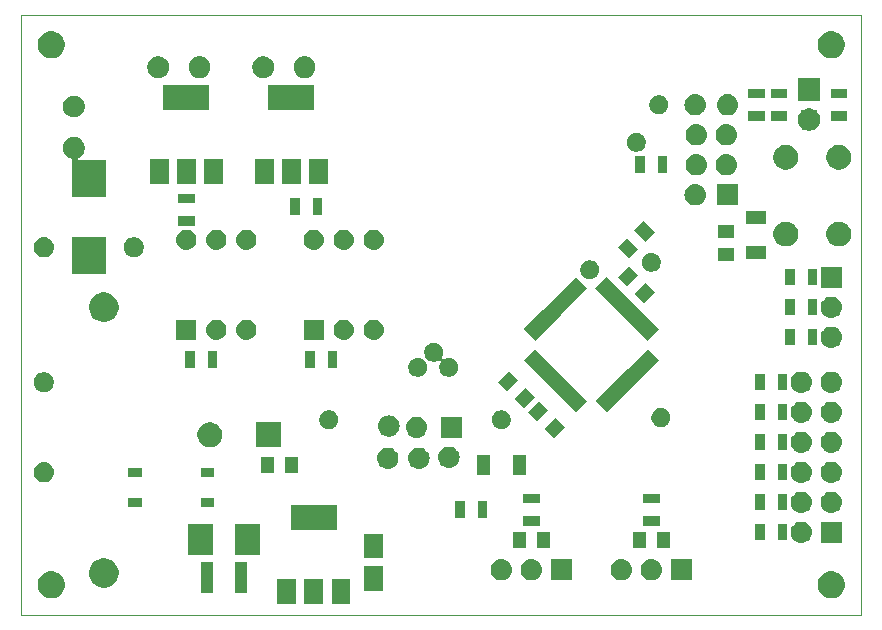
<source format=gbr>
G04 #@! TF.GenerationSoftware,KiCad,Pcbnew,(5.1.2)-1*
G04 #@! TF.CreationDate,2020-06-04T19:21:38+03:00*
G04 #@! TF.ProjectId,alpha,616c7068-612e-46b6-9963-61645f706362,rev?*
G04 #@! TF.SameCoordinates,Original*
G04 #@! TF.FileFunction,Soldermask,Bot*
G04 #@! TF.FilePolarity,Negative*
%FSLAX46Y46*%
G04 Gerber Fmt 4.6, Leading zero omitted, Abs format (unit mm)*
G04 Created by KiCad (PCBNEW (5.1.2)-1) date 2020-06-04 19:21:38*
%MOMM*%
%LPD*%
G04 APERTURE LIST*
%ADD10C,0.050000*%
%ADD11C,0.100000*%
G04 APERTURE END LIST*
D10*
X116840000Y-121920000D02*
X116840000Y-71120000D01*
X187960000Y-121920000D02*
X116840000Y-121920000D01*
X187960000Y-71120000D02*
X187960000Y-121920000D01*
X116840000Y-71120000D02*
X187960000Y-71120000D01*
D11*
G36*
X144706000Y-121041000D02*
G01*
X143104000Y-121041000D01*
X143104000Y-118939000D01*
X144706000Y-118939000D01*
X144706000Y-121041000D01*
X144706000Y-121041000D01*
G37*
G36*
X142406000Y-121041000D02*
G01*
X140804000Y-121041000D01*
X140804000Y-118939000D01*
X142406000Y-118939000D01*
X142406000Y-121041000D01*
X142406000Y-121041000D01*
G37*
G36*
X140106000Y-121041000D02*
G01*
X138504000Y-121041000D01*
X138504000Y-118939000D01*
X140106000Y-118939000D01*
X140106000Y-121041000D01*
X140106000Y-121041000D01*
G37*
G36*
X185644549Y-118251116D02*
G01*
X185755734Y-118273232D01*
X185965203Y-118359997D01*
X186153720Y-118485960D01*
X186314040Y-118646280D01*
X186440003Y-118834797D01*
X186512989Y-119011000D01*
X186526768Y-119044267D01*
X186571000Y-119266635D01*
X186571000Y-119493365D01*
X186552191Y-119587925D01*
X186526768Y-119715734D01*
X186440003Y-119925203D01*
X186314040Y-120113720D01*
X186153720Y-120274040D01*
X185965203Y-120400003D01*
X185755734Y-120486768D01*
X185644549Y-120508884D01*
X185533365Y-120531000D01*
X185306635Y-120531000D01*
X185195451Y-120508884D01*
X185084266Y-120486768D01*
X184874797Y-120400003D01*
X184686280Y-120274040D01*
X184525960Y-120113720D01*
X184399997Y-119925203D01*
X184313232Y-119715734D01*
X184287809Y-119587925D01*
X184269000Y-119493365D01*
X184269000Y-119266635D01*
X184313232Y-119044267D01*
X184327012Y-119011000D01*
X184399997Y-118834797D01*
X184525960Y-118646280D01*
X184686280Y-118485960D01*
X184874797Y-118359997D01*
X185084266Y-118273232D01*
X185195451Y-118251116D01*
X185306635Y-118229000D01*
X185533365Y-118229000D01*
X185644549Y-118251116D01*
X185644549Y-118251116D01*
G37*
G36*
X119604549Y-118251116D02*
G01*
X119715734Y-118273232D01*
X119925203Y-118359997D01*
X120113720Y-118485960D01*
X120274040Y-118646280D01*
X120400003Y-118834797D01*
X120472989Y-119011000D01*
X120486768Y-119044267D01*
X120531000Y-119266635D01*
X120531000Y-119493365D01*
X120512191Y-119587925D01*
X120486768Y-119715734D01*
X120400003Y-119925203D01*
X120274040Y-120113720D01*
X120113720Y-120274040D01*
X119925203Y-120400003D01*
X119715734Y-120486768D01*
X119604549Y-120508884D01*
X119493365Y-120531000D01*
X119266635Y-120531000D01*
X119155451Y-120508884D01*
X119044266Y-120486768D01*
X118834797Y-120400003D01*
X118646280Y-120274040D01*
X118485960Y-120113720D01*
X118359997Y-119925203D01*
X118273232Y-119715734D01*
X118247809Y-119587925D01*
X118229000Y-119493365D01*
X118229000Y-119266635D01*
X118273232Y-119044267D01*
X118287012Y-119011000D01*
X118359997Y-118834797D01*
X118485960Y-118646280D01*
X118646280Y-118485960D01*
X118834797Y-118359997D01*
X119044266Y-118273232D01*
X119155451Y-118251116D01*
X119266635Y-118229000D01*
X119493365Y-118229000D01*
X119604549Y-118251116D01*
X119604549Y-118251116D01*
G37*
G36*
X133036000Y-120046000D02*
G01*
X132034000Y-120046000D01*
X132034000Y-117444000D01*
X133036000Y-117444000D01*
X133036000Y-120046000D01*
X133036000Y-120046000D01*
G37*
G36*
X135936000Y-120046000D02*
G01*
X134934000Y-120046000D01*
X134934000Y-117444000D01*
X135936000Y-117444000D01*
X135936000Y-120046000D01*
X135936000Y-120046000D01*
G37*
G36*
X147486000Y-119876000D02*
G01*
X145884000Y-119876000D01*
X145884000Y-117824000D01*
X147486000Y-117824000D01*
X147486000Y-119876000D01*
X147486000Y-119876000D01*
G37*
G36*
X124189903Y-117182075D02*
G01*
X124410761Y-117273557D01*
X124417571Y-117276378D01*
X124622466Y-117413285D01*
X124796715Y-117587534D01*
X124914315Y-117763534D01*
X124933623Y-117792431D01*
X125027925Y-118020097D01*
X125076000Y-118261786D01*
X125076000Y-118508214D01*
X125048537Y-118646280D01*
X125027925Y-118749903D01*
X124933622Y-118977571D01*
X124796715Y-119182466D01*
X124622466Y-119356715D01*
X124417571Y-119493622D01*
X124417570Y-119493623D01*
X124417569Y-119493623D01*
X124189903Y-119587925D01*
X123948214Y-119636000D01*
X123701786Y-119636000D01*
X123460097Y-119587925D01*
X123232431Y-119493623D01*
X123232430Y-119493623D01*
X123232429Y-119493622D01*
X123027534Y-119356715D01*
X122853285Y-119182466D01*
X122716378Y-118977571D01*
X122622075Y-118749903D01*
X122601463Y-118646280D01*
X122574000Y-118508214D01*
X122574000Y-118261786D01*
X122622075Y-118020097D01*
X122716377Y-117792431D01*
X122735685Y-117763534D01*
X122853285Y-117587534D01*
X123027534Y-117413285D01*
X123232429Y-117276378D01*
X123239240Y-117273557D01*
X123460097Y-117182075D01*
X123701786Y-117134000D01*
X123948214Y-117134000D01*
X124189903Y-117182075D01*
X124189903Y-117182075D01*
G37*
G36*
X167750443Y-117215519D02*
G01*
X167816627Y-117222037D01*
X167986466Y-117273557D01*
X168142991Y-117357222D01*
X168178729Y-117386552D01*
X168280186Y-117469814D01*
X168363448Y-117571271D01*
X168392778Y-117607009D01*
X168476443Y-117763534D01*
X168527963Y-117933373D01*
X168545359Y-118110000D01*
X168527963Y-118286627D01*
X168476443Y-118456466D01*
X168392778Y-118612991D01*
X168365458Y-118646280D01*
X168280186Y-118750186D01*
X168178729Y-118833448D01*
X168142991Y-118862778D01*
X167986466Y-118946443D01*
X167816627Y-118997963D01*
X167750443Y-119004481D01*
X167684260Y-119011000D01*
X167595740Y-119011000D01*
X167529557Y-119004481D01*
X167463373Y-118997963D01*
X167293534Y-118946443D01*
X167137009Y-118862778D01*
X167101271Y-118833448D01*
X166999814Y-118750186D01*
X166914542Y-118646280D01*
X166887222Y-118612991D01*
X166803557Y-118456466D01*
X166752037Y-118286627D01*
X166734641Y-118110000D01*
X166752037Y-117933373D01*
X166803557Y-117763534D01*
X166887222Y-117607009D01*
X166916552Y-117571271D01*
X166999814Y-117469814D01*
X167101271Y-117386552D01*
X167137009Y-117357222D01*
X167293534Y-117273557D01*
X167463373Y-117222037D01*
X167529557Y-117215519D01*
X167595740Y-117209000D01*
X167684260Y-117209000D01*
X167750443Y-117215519D01*
X167750443Y-117215519D01*
G37*
G36*
X163461000Y-119011000D02*
G01*
X161659000Y-119011000D01*
X161659000Y-117209000D01*
X163461000Y-117209000D01*
X163461000Y-119011000D01*
X163461000Y-119011000D01*
G37*
G36*
X160130443Y-117215519D02*
G01*
X160196627Y-117222037D01*
X160366466Y-117273557D01*
X160522991Y-117357222D01*
X160558729Y-117386552D01*
X160660186Y-117469814D01*
X160743448Y-117571271D01*
X160772778Y-117607009D01*
X160856443Y-117763534D01*
X160907963Y-117933373D01*
X160925359Y-118110000D01*
X160907963Y-118286627D01*
X160856443Y-118456466D01*
X160772778Y-118612991D01*
X160745458Y-118646280D01*
X160660186Y-118750186D01*
X160558729Y-118833448D01*
X160522991Y-118862778D01*
X160366466Y-118946443D01*
X160196627Y-118997963D01*
X160130443Y-119004481D01*
X160064260Y-119011000D01*
X159975740Y-119011000D01*
X159909557Y-119004481D01*
X159843373Y-118997963D01*
X159673534Y-118946443D01*
X159517009Y-118862778D01*
X159481271Y-118833448D01*
X159379814Y-118750186D01*
X159294542Y-118646280D01*
X159267222Y-118612991D01*
X159183557Y-118456466D01*
X159132037Y-118286627D01*
X159114641Y-118110000D01*
X159132037Y-117933373D01*
X159183557Y-117763534D01*
X159267222Y-117607009D01*
X159296552Y-117571271D01*
X159379814Y-117469814D01*
X159481271Y-117386552D01*
X159517009Y-117357222D01*
X159673534Y-117273557D01*
X159843373Y-117222037D01*
X159909557Y-117215519D01*
X159975740Y-117209000D01*
X160064260Y-117209000D01*
X160130443Y-117215519D01*
X160130443Y-117215519D01*
G37*
G36*
X157590443Y-117215519D02*
G01*
X157656627Y-117222037D01*
X157826466Y-117273557D01*
X157982991Y-117357222D01*
X158018729Y-117386552D01*
X158120186Y-117469814D01*
X158203448Y-117571271D01*
X158232778Y-117607009D01*
X158316443Y-117763534D01*
X158367963Y-117933373D01*
X158385359Y-118110000D01*
X158367963Y-118286627D01*
X158316443Y-118456466D01*
X158232778Y-118612991D01*
X158205458Y-118646280D01*
X158120186Y-118750186D01*
X158018729Y-118833448D01*
X157982991Y-118862778D01*
X157826466Y-118946443D01*
X157656627Y-118997963D01*
X157590443Y-119004481D01*
X157524260Y-119011000D01*
X157435740Y-119011000D01*
X157369557Y-119004481D01*
X157303373Y-118997963D01*
X157133534Y-118946443D01*
X156977009Y-118862778D01*
X156941271Y-118833448D01*
X156839814Y-118750186D01*
X156754542Y-118646280D01*
X156727222Y-118612991D01*
X156643557Y-118456466D01*
X156592037Y-118286627D01*
X156574641Y-118110000D01*
X156592037Y-117933373D01*
X156643557Y-117763534D01*
X156727222Y-117607009D01*
X156756552Y-117571271D01*
X156839814Y-117469814D01*
X156941271Y-117386552D01*
X156977009Y-117357222D01*
X157133534Y-117273557D01*
X157303373Y-117222037D01*
X157369557Y-117215519D01*
X157435740Y-117209000D01*
X157524260Y-117209000D01*
X157590443Y-117215519D01*
X157590443Y-117215519D01*
G37*
G36*
X173621000Y-119011000D02*
G01*
X171819000Y-119011000D01*
X171819000Y-117209000D01*
X173621000Y-117209000D01*
X173621000Y-119011000D01*
X173621000Y-119011000D01*
G37*
G36*
X170290443Y-117215519D02*
G01*
X170356627Y-117222037D01*
X170526466Y-117273557D01*
X170682991Y-117357222D01*
X170718729Y-117386552D01*
X170820186Y-117469814D01*
X170903448Y-117571271D01*
X170932778Y-117607009D01*
X171016443Y-117763534D01*
X171067963Y-117933373D01*
X171085359Y-118110000D01*
X171067963Y-118286627D01*
X171016443Y-118456466D01*
X170932778Y-118612991D01*
X170905458Y-118646280D01*
X170820186Y-118750186D01*
X170718729Y-118833448D01*
X170682991Y-118862778D01*
X170526466Y-118946443D01*
X170356627Y-118997963D01*
X170290443Y-119004481D01*
X170224260Y-119011000D01*
X170135740Y-119011000D01*
X170069557Y-119004481D01*
X170003373Y-118997963D01*
X169833534Y-118946443D01*
X169677009Y-118862778D01*
X169641271Y-118833448D01*
X169539814Y-118750186D01*
X169454542Y-118646280D01*
X169427222Y-118612991D01*
X169343557Y-118456466D01*
X169292037Y-118286627D01*
X169274641Y-118110000D01*
X169292037Y-117933373D01*
X169343557Y-117763534D01*
X169427222Y-117607009D01*
X169456552Y-117571271D01*
X169539814Y-117469814D01*
X169641271Y-117386552D01*
X169677009Y-117357222D01*
X169833534Y-117273557D01*
X170003373Y-117222037D01*
X170069557Y-117215519D01*
X170135740Y-117209000D01*
X170224260Y-117209000D01*
X170290443Y-117215519D01*
X170290443Y-117215519D01*
G37*
G36*
X147486000Y-117126000D02*
G01*
X145884000Y-117126000D01*
X145884000Y-115074000D01*
X147486000Y-115074000D01*
X147486000Y-117126000D01*
X147486000Y-117126000D01*
G37*
G36*
X133036000Y-116871000D02*
G01*
X130934000Y-116871000D01*
X130934000Y-114269000D01*
X133036000Y-114269000D01*
X133036000Y-116871000D01*
X133036000Y-116871000D01*
G37*
G36*
X137036000Y-116871000D02*
G01*
X134934000Y-116871000D01*
X134934000Y-114269000D01*
X137036000Y-114269000D01*
X137036000Y-116871000D01*
X137036000Y-116871000D01*
G37*
G36*
X159571000Y-116246000D02*
G01*
X158469000Y-116246000D01*
X158469000Y-114894000D01*
X159571000Y-114894000D01*
X159571000Y-116246000D01*
X159571000Y-116246000D01*
G37*
G36*
X161571000Y-116246000D02*
G01*
X160469000Y-116246000D01*
X160469000Y-114894000D01*
X161571000Y-114894000D01*
X161571000Y-116246000D01*
X161571000Y-116246000D01*
G37*
G36*
X171731000Y-116246000D02*
G01*
X170629000Y-116246000D01*
X170629000Y-114894000D01*
X171731000Y-114894000D01*
X171731000Y-116246000D01*
X171731000Y-116246000D01*
G37*
G36*
X169731000Y-116246000D02*
G01*
X168629000Y-116246000D01*
X168629000Y-114894000D01*
X169731000Y-114894000D01*
X169731000Y-116246000D01*
X169731000Y-116246000D01*
G37*
G36*
X186321000Y-115836000D02*
G01*
X184519000Y-115836000D01*
X184519000Y-114034000D01*
X186321000Y-114034000D01*
X186321000Y-115836000D01*
X186321000Y-115836000D01*
G37*
G36*
X182990442Y-114040518D02*
G01*
X183056627Y-114047037D01*
X183226466Y-114098557D01*
X183382991Y-114182222D01*
X183418729Y-114211552D01*
X183520186Y-114294814D01*
X183590916Y-114381000D01*
X183632778Y-114432009D01*
X183716443Y-114588534D01*
X183767963Y-114758373D01*
X183785359Y-114935000D01*
X183767963Y-115111627D01*
X183716443Y-115281466D01*
X183632778Y-115437991D01*
X183603448Y-115473729D01*
X183520186Y-115575186D01*
X183418729Y-115658448D01*
X183382991Y-115687778D01*
X183226466Y-115771443D01*
X183056627Y-115822963D01*
X182990443Y-115829481D01*
X182924260Y-115836000D01*
X182835740Y-115836000D01*
X182769557Y-115829481D01*
X182703373Y-115822963D01*
X182533534Y-115771443D01*
X182377009Y-115687778D01*
X182341271Y-115658448D01*
X182239814Y-115575186D01*
X182156552Y-115473729D01*
X182127222Y-115437991D01*
X182043557Y-115281466D01*
X181992037Y-115111627D01*
X181974641Y-114935000D01*
X181992037Y-114758373D01*
X182043557Y-114588534D01*
X182127222Y-114432009D01*
X182169084Y-114381000D01*
X182239814Y-114294814D01*
X182341271Y-114211552D01*
X182377009Y-114182222D01*
X182533534Y-114098557D01*
X182703373Y-114047037D01*
X182769558Y-114040518D01*
X182835740Y-114034000D01*
X182924260Y-114034000D01*
X182990442Y-114040518D01*
X182990442Y-114040518D01*
G37*
G36*
X179791000Y-115636000D02*
G01*
X178989000Y-115636000D01*
X178989000Y-114234000D01*
X179791000Y-114234000D01*
X179791000Y-115636000D01*
X179791000Y-115636000D01*
G37*
G36*
X181691000Y-115636000D02*
G01*
X180889000Y-115636000D01*
X180889000Y-114234000D01*
X181691000Y-114234000D01*
X181691000Y-115636000D01*
X181691000Y-115636000D01*
G37*
G36*
X143556000Y-114741000D02*
G01*
X139654000Y-114741000D01*
X139654000Y-112639000D01*
X143556000Y-112639000D01*
X143556000Y-114741000D01*
X143556000Y-114741000D01*
G37*
G36*
X160721000Y-114381000D02*
G01*
X159319000Y-114381000D01*
X159319000Y-113579000D01*
X160721000Y-113579000D01*
X160721000Y-114381000D01*
X160721000Y-114381000D01*
G37*
G36*
X170881000Y-114381000D02*
G01*
X169479000Y-114381000D01*
X169479000Y-113579000D01*
X170881000Y-113579000D01*
X170881000Y-114381000D01*
X170881000Y-114381000D01*
G37*
G36*
X154391000Y-113731000D02*
G01*
X153589000Y-113731000D01*
X153589000Y-112329000D01*
X154391000Y-112329000D01*
X154391000Y-113731000D01*
X154391000Y-113731000D01*
G37*
G36*
X156291000Y-113731000D02*
G01*
X155489000Y-113731000D01*
X155489000Y-112329000D01*
X156291000Y-112329000D01*
X156291000Y-113731000D01*
X156291000Y-113731000D01*
G37*
G36*
X185530443Y-111500519D02*
G01*
X185596627Y-111507037D01*
X185766466Y-111558557D01*
X185922991Y-111642222D01*
X185958729Y-111671552D01*
X186060186Y-111754814D01*
X186143448Y-111856271D01*
X186172778Y-111892009D01*
X186256443Y-112048534D01*
X186307963Y-112218373D01*
X186325359Y-112395000D01*
X186307963Y-112571627D01*
X186256443Y-112741466D01*
X186172778Y-112897991D01*
X186143448Y-112933729D01*
X186060186Y-113035186D01*
X185958729Y-113118448D01*
X185922991Y-113147778D01*
X185766466Y-113231443D01*
X185596627Y-113282963D01*
X185530443Y-113289481D01*
X185464260Y-113296000D01*
X185375740Y-113296000D01*
X185309557Y-113289481D01*
X185243373Y-113282963D01*
X185073534Y-113231443D01*
X184917009Y-113147778D01*
X184881271Y-113118448D01*
X184779814Y-113035186D01*
X184696552Y-112933729D01*
X184667222Y-112897991D01*
X184583557Y-112741466D01*
X184532037Y-112571627D01*
X184514641Y-112395000D01*
X184532037Y-112218373D01*
X184583557Y-112048534D01*
X184667222Y-111892009D01*
X184696552Y-111856271D01*
X184779814Y-111754814D01*
X184881271Y-111671552D01*
X184917009Y-111642222D01*
X185073534Y-111558557D01*
X185243373Y-111507037D01*
X185309557Y-111500519D01*
X185375740Y-111494000D01*
X185464260Y-111494000D01*
X185530443Y-111500519D01*
X185530443Y-111500519D01*
G37*
G36*
X182990443Y-111500519D02*
G01*
X183056627Y-111507037D01*
X183226466Y-111558557D01*
X183382991Y-111642222D01*
X183418729Y-111671552D01*
X183520186Y-111754814D01*
X183603448Y-111856271D01*
X183632778Y-111892009D01*
X183716443Y-112048534D01*
X183767963Y-112218373D01*
X183785359Y-112395000D01*
X183767963Y-112571627D01*
X183716443Y-112741466D01*
X183632778Y-112897991D01*
X183603448Y-112933729D01*
X183520186Y-113035186D01*
X183418729Y-113118448D01*
X183382991Y-113147778D01*
X183226466Y-113231443D01*
X183056627Y-113282963D01*
X182990443Y-113289481D01*
X182924260Y-113296000D01*
X182835740Y-113296000D01*
X182769557Y-113289481D01*
X182703373Y-113282963D01*
X182533534Y-113231443D01*
X182377009Y-113147778D01*
X182341271Y-113118448D01*
X182239814Y-113035186D01*
X182156552Y-112933729D01*
X182127222Y-112897991D01*
X182043557Y-112741466D01*
X181992037Y-112571627D01*
X181974641Y-112395000D01*
X181992037Y-112218373D01*
X182043557Y-112048534D01*
X182127222Y-111892009D01*
X182156552Y-111856271D01*
X182239814Y-111754814D01*
X182341271Y-111671552D01*
X182377009Y-111642222D01*
X182533534Y-111558557D01*
X182703373Y-111507037D01*
X182769557Y-111500519D01*
X182835740Y-111494000D01*
X182924260Y-111494000D01*
X182990443Y-111500519D01*
X182990443Y-111500519D01*
G37*
G36*
X179791000Y-113096000D02*
G01*
X178989000Y-113096000D01*
X178989000Y-111694000D01*
X179791000Y-111694000D01*
X179791000Y-113096000D01*
X179791000Y-113096000D01*
G37*
G36*
X181691000Y-113096000D02*
G01*
X180889000Y-113096000D01*
X180889000Y-111694000D01*
X181691000Y-111694000D01*
X181691000Y-113096000D01*
X181691000Y-113096000D01*
G37*
G36*
X133166000Y-112766000D02*
G01*
X132064000Y-112766000D01*
X132064000Y-112024000D01*
X133166000Y-112024000D01*
X133166000Y-112766000D01*
X133166000Y-112766000D01*
G37*
G36*
X127016000Y-112766000D02*
G01*
X125914000Y-112766000D01*
X125914000Y-112024000D01*
X127016000Y-112024000D01*
X127016000Y-112766000D01*
X127016000Y-112766000D01*
G37*
G36*
X160721000Y-112481000D02*
G01*
X159319000Y-112481000D01*
X159319000Y-111679000D01*
X160721000Y-111679000D01*
X160721000Y-112481000D01*
X160721000Y-112481000D01*
G37*
G36*
X170881000Y-112481000D02*
G01*
X169479000Y-112481000D01*
X169479000Y-111679000D01*
X170881000Y-111679000D01*
X170881000Y-112481000D01*
X170881000Y-112481000D01*
G37*
G36*
X182990443Y-108960519D02*
G01*
X183056627Y-108967037D01*
X183226466Y-109018557D01*
X183382991Y-109102222D01*
X183418729Y-109131552D01*
X183520186Y-109214814D01*
X183603448Y-109316271D01*
X183632778Y-109352009D01*
X183716443Y-109508534D01*
X183767963Y-109678373D01*
X183785359Y-109855000D01*
X183767963Y-110031627D01*
X183716443Y-110201466D01*
X183632778Y-110357991D01*
X183603448Y-110393729D01*
X183520186Y-110495186D01*
X183418729Y-110578448D01*
X183382991Y-110607778D01*
X183226466Y-110691443D01*
X183056627Y-110742963D01*
X182990442Y-110749482D01*
X182924260Y-110756000D01*
X182835740Y-110756000D01*
X182769558Y-110749482D01*
X182703373Y-110742963D01*
X182533534Y-110691443D01*
X182377009Y-110607778D01*
X182341271Y-110578448D01*
X182239814Y-110495186D01*
X182156552Y-110393729D01*
X182127222Y-110357991D01*
X182043557Y-110201466D01*
X181992037Y-110031627D01*
X181974641Y-109855000D01*
X181992037Y-109678373D01*
X182043557Y-109508534D01*
X182127222Y-109352009D01*
X182156552Y-109316271D01*
X182239814Y-109214814D01*
X182341271Y-109131552D01*
X182377009Y-109102222D01*
X182533534Y-109018557D01*
X182703373Y-108967037D01*
X182769557Y-108960519D01*
X182835740Y-108954000D01*
X182924260Y-108954000D01*
X182990443Y-108960519D01*
X182990443Y-108960519D01*
G37*
G36*
X185530443Y-108960519D02*
G01*
X185596627Y-108967037D01*
X185766466Y-109018557D01*
X185922991Y-109102222D01*
X185958729Y-109131552D01*
X186060186Y-109214814D01*
X186143448Y-109316271D01*
X186172778Y-109352009D01*
X186256443Y-109508534D01*
X186307963Y-109678373D01*
X186325359Y-109855000D01*
X186307963Y-110031627D01*
X186256443Y-110201466D01*
X186172778Y-110357991D01*
X186143448Y-110393729D01*
X186060186Y-110495186D01*
X185958729Y-110578448D01*
X185922991Y-110607778D01*
X185766466Y-110691443D01*
X185596627Y-110742963D01*
X185530442Y-110749482D01*
X185464260Y-110756000D01*
X185375740Y-110756000D01*
X185309558Y-110749482D01*
X185243373Y-110742963D01*
X185073534Y-110691443D01*
X184917009Y-110607778D01*
X184881271Y-110578448D01*
X184779814Y-110495186D01*
X184696552Y-110393729D01*
X184667222Y-110357991D01*
X184583557Y-110201466D01*
X184532037Y-110031627D01*
X184514641Y-109855000D01*
X184532037Y-109678373D01*
X184583557Y-109508534D01*
X184667222Y-109352009D01*
X184696552Y-109316271D01*
X184779814Y-109214814D01*
X184881271Y-109131552D01*
X184917009Y-109102222D01*
X185073534Y-109018557D01*
X185243373Y-108967037D01*
X185309557Y-108960519D01*
X185375740Y-108954000D01*
X185464260Y-108954000D01*
X185530443Y-108960519D01*
X185530443Y-108960519D01*
G37*
G36*
X118911823Y-109016313D02*
G01*
X119072242Y-109064976D01*
X119141922Y-109102221D01*
X119220078Y-109143996D01*
X119349659Y-109250341D01*
X119456004Y-109379922D01*
X119456005Y-109379924D01*
X119535024Y-109527758D01*
X119583687Y-109688177D01*
X119600117Y-109855000D01*
X119583687Y-110021823D01*
X119535024Y-110182242D01*
X119464114Y-110314906D01*
X119456004Y-110330078D01*
X119349659Y-110459659D01*
X119220078Y-110566004D01*
X119220076Y-110566005D01*
X119072242Y-110645024D01*
X118911823Y-110693687D01*
X118786804Y-110706000D01*
X118703196Y-110706000D01*
X118578177Y-110693687D01*
X118417758Y-110645024D01*
X118269924Y-110566005D01*
X118269922Y-110566004D01*
X118140341Y-110459659D01*
X118033996Y-110330078D01*
X118025886Y-110314906D01*
X117954976Y-110182242D01*
X117906313Y-110021823D01*
X117889883Y-109855000D01*
X117906313Y-109688177D01*
X117954976Y-109527758D01*
X118033995Y-109379924D01*
X118033996Y-109379922D01*
X118140341Y-109250341D01*
X118269922Y-109143996D01*
X118348078Y-109102221D01*
X118417758Y-109064976D01*
X118578177Y-109016313D01*
X118703196Y-109004000D01*
X118786804Y-109004000D01*
X118911823Y-109016313D01*
X118911823Y-109016313D01*
G37*
G36*
X179791000Y-110556000D02*
G01*
X178989000Y-110556000D01*
X178989000Y-109154000D01*
X179791000Y-109154000D01*
X179791000Y-110556000D01*
X179791000Y-110556000D01*
G37*
G36*
X181691000Y-110556000D02*
G01*
X180889000Y-110556000D01*
X180889000Y-109154000D01*
X181691000Y-109154000D01*
X181691000Y-110556000D01*
X181691000Y-110556000D01*
G37*
G36*
X133166000Y-110226000D02*
G01*
X132064000Y-110226000D01*
X132064000Y-109484000D01*
X133166000Y-109484000D01*
X133166000Y-110226000D01*
X133166000Y-110226000D01*
G37*
G36*
X127016000Y-110226000D02*
G01*
X125914000Y-110226000D01*
X125914000Y-109484000D01*
X127016000Y-109484000D01*
X127016000Y-110226000D01*
X127016000Y-110226000D01*
G37*
G36*
X156531000Y-110071000D02*
G01*
X155429000Y-110071000D01*
X155429000Y-108369000D01*
X156531000Y-108369000D01*
X156531000Y-110071000D01*
X156531000Y-110071000D01*
G37*
G36*
X159531000Y-110071000D02*
G01*
X158429000Y-110071000D01*
X158429000Y-108369000D01*
X159531000Y-108369000D01*
X159531000Y-110071000D01*
X159531000Y-110071000D01*
G37*
G36*
X138251000Y-109896000D02*
G01*
X137149000Y-109896000D01*
X137149000Y-108544000D01*
X138251000Y-108544000D01*
X138251000Y-109896000D01*
X138251000Y-109896000D01*
G37*
G36*
X140251000Y-109896000D02*
G01*
X139149000Y-109896000D01*
X139149000Y-108544000D01*
X140251000Y-108544000D01*
X140251000Y-109896000D01*
X140251000Y-109896000D01*
G37*
G36*
X150605443Y-107790519D02*
G01*
X150671627Y-107797037D01*
X150841466Y-107848557D01*
X150997991Y-107932222D01*
X151033729Y-107961552D01*
X151135186Y-108044814D01*
X151218448Y-108146271D01*
X151247778Y-108182009D01*
X151331443Y-108338534D01*
X151382963Y-108508373D01*
X151400359Y-108685000D01*
X151382963Y-108861627D01*
X151331443Y-109031466D01*
X151247778Y-109187991D01*
X151225765Y-109214814D01*
X151135186Y-109325186D01*
X151033729Y-109408448D01*
X150997991Y-109437778D01*
X150841466Y-109521443D01*
X150671627Y-109572963D01*
X150605442Y-109579482D01*
X150539260Y-109586000D01*
X150450740Y-109586000D01*
X150384558Y-109579482D01*
X150318373Y-109572963D01*
X150148534Y-109521443D01*
X149992009Y-109437778D01*
X149956271Y-109408448D01*
X149854814Y-109325186D01*
X149764235Y-109214814D01*
X149742222Y-109187991D01*
X149658557Y-109031466D01*
X149607037Y-108861627D01*
X149589641Y-108685000D01*
X149607037Y-108508373D01*
X149658557Y-108338534D01*
X149742222Y-108182009D01*
X149771552Y-108146271D01*
X149854814Y-108044814D01*
X149956271Y-107961552D01*
X149992009Y-107932222D01*
X150148534Y-107848557D01*
X150318373Y-107797037D01*
X150384557Y-107790519D01*
X150450740Y-107784000D01*
X150539260Y-107784000D01*
X150605443Y-107790519D01*
X150605443Y-107790519D01*
G37*
G36*
X147965443Y-107790519D02*
G01*
X148031627Y-107797037D01*
X148201466Y-107848557D01*
X148357991Y-107932222D01*
X148393729Y-107961552D01*
X148495186Y-108044814D01*
X148578448Y-108146271D01*
X148607778Y-108182009D01*
X148691443Y-108338534D01*
X148742963Y-108508373D01*
X148760359Y-108685000D01*
X148742963Y-108861627D01*
X148691443Y-109031466D01*
X148607778Y-109187991D01*
X148585765Y-109214814D01*
X148495186Y-109325186D01*
X148393729Y-109408448D01*
X148357991Y-109437778D01*
X148201466Y-109521443D01*
X148031627Y-109572963D01*
X147965442Y-109579482D01*
X147899260Y-109586000D01*
X147810740Y-109586000D01*
X147744558Y-109579482D01*
X147678373Y-109572963D01*
X147508534Y-109521443D01*
X147352009Y-109437778D01*
X147316271Y-109408448D01*
X147214814Y-109325186D01*
X147124235Y-109214814D01*
X147102222Y-109187991D01*
X147018557Y-109031466D01*
X146967037Y-108861627D01*
X146949641Y-108685000D01*
X146967037Y-108508373D01*
X147018557Y-108338534D01*
X147102222Y-108182009D01*
X147131552Y-108146271D01*
X147214814Y-108044814D01*
X147316271Y-107961552D01*
X147352009Y-107932222D01*
X147508534Y-107848557D01*
X147678373Y-107797037D01*
X147744557Y-107790519D01*
X147810740Y-107784000D01*
X147899260Y-107784000D01*
X147965443Y-107790519D01*
X147965443Y-107790519D01*
G37*
G36*
X153145443Y-107690519D02*
G01*
X153211627Y-107697037D01*
X153381466Y-107748557D01*
X153537991Y-107832222D01*
X153557895Y-107848557D01*
X153675186Y-107944814D01*
X153757253Y-108044814D01*
X153787778Y-108082009D01*
X153871443Y-108238534D01*
X153922963Y-108408373D01*
X153940359Y-108585000D01*
X153922963Y-108761627D01*
X153871443Y-108931466D01*
X153787778Y-109087991D01*
X153758448Y-109123729D01*
X153675186Y-109225186D01*
X153573729Y-109308448D01*
X153537991Y-109337778D01*
X153381466Y-109421443D01*
X153211627Y-109472963D01*
X153145442Y-109479482D01*
X153079260Y-109486000D01*
X152990740Y-109486000D01*
X152924558Y-109479482D01*
X152858373Y-109472963D01*
X152688534Y-109421443D01*
X152532009Y-109337778D01*
X152496271Y-109308448D01*
X152394814Y-109225186D01*
X152311552Y-109123729D01*
X152282222Y-109087991D01*
X152198557Y-108931466D01*
X152147037Y-108761627D01*
X152129641Y-108585000D01*
X152147037Y-108408373D01*
X152198557Y-108238534D01*
X152282222Y-108082009D01*
X152312747Y-108044814D01*
X152394814Y-107944814D01*
X152512105Y-107848557D01*
X152532009Y-107832222D01*
X152688534Y-107748557D01*
X152858373Y-107697037D01*
X152924557Y-107690519D01*
X152990740Y-107684000D01*
X153079260Y-107684000D01*
X153145443Y-107690519D01*
X153145443Y-107690519D01*
G37*
G36*
X182990443Y-106420519D02*
G01*
X183056627Y-106427037D01*
X183226466Y-106478557D01*
X183382991Y-106562222D01*
X183418729Y-106591552D01*
X183520186Y-106674814D01*
X183603448Y-106776271D01*
X183632778Y-106812009D01*
X183716443Y-106968534D01*
X183767963Y-107138373D01*
X183785359Y-107315000D01*
X183767963Y-107491627D01*
X183716443Y-107661466D01*
X183632778Y-107817991D01*
X183607693Y-107848557D01*
X183520186Y-107955186D01*
X183418729Y-108038448D01*
X183382991Y-108067778D01*
X183226466Y-108151443D01*
X183056627Y-108202963D01*
X182990443Y-108209481D01*
X182924260Y-108216000D01*
X182835740Y-108216000D01*
X182769557Y-108209481D01*
X182703373Y-108202963D01*
X182533534Y-108151443D01*
X182377009Y-108067778D01*
X182341271Y-108038448D01*
X182239814Y-107955186D01*
X182152307Y-107848557D01*
X182127222Y-107817991D01*
X182043557Y-107661466D01*
X181992037Y-107491627D01*
X181974641Y-107315000D01*
X181992037Y-107138373D01*
X182043557Y-106968534D01*
X182127222Y-106812009D01*
X182156552Y-106776271D01*
X182239814Y-106674814D01*
X182341271Y-106591552D01*
X182377009Y-106562222D01*
X182533534Y-106478557D01*
X182703373Y-106427037D01*
X182769557Y-106420519D01*
X182835740Y-106414000D01*
X182924260Y-106414000D01*
X182990443Y-106420519D01*
X182990443Y-106420519D01*
G37*
G36*
X185530443Y-106420519D02*
G01*
X185596627Y-106427037D01*
X185766466Y-106478557D01*
X185922991Y-106562222D01*
X185958729Y-106591552D01*
X186060186Y-106674814D01*
X186143448Y-106776271D01*
X186172778Y-106812009D01*
X186256443Y-106968534D01*
X186307963Y-107138373D01*
X186325359Y-107315000D01*
X186307963Y-107491627D01*
X186256443Y-107661466D01*
X186172778Y-107817991D01*
X186147693Y-107848557D01*
X186060186Y-107955186D01*
X185958729Y-108038448D01*
X185922991Y-108067778D01*
X185766466Y-108151443D01*
X185596627Y-108202963D01*
X185530443Y-108209481D01*
X185464260Y-108216000D01*
X185375740Y-108216000D01*
X185309557Y-108209481D01*
X185243373Y-108202963D01*
X185073534Y-108151443D01*
X184917009Y-108067778D01*
X184881271Y-108038448D01*
X184779814Y-107955186D01*
X184692307Y-107848557D01*
X184667222Y-107817991D01*
X184583557Y-107661466D01*
X184532037Y-107491627D01*
X184514641Y-107315000D01*
X184532037Y-107138373D01*
X184583557Y-106968534D01*
X184667222Y-106812009D01*
X184696552Y-106776271D01*
X184779814Y-106674814D01*
X184881271Y-106591552D01*
X184917009Y-106562222D01*
X185073534Y-106478557D01*
X185243373Y-106427037D01*
X185309557Y-106420519D01*
X185375740Y-106414000D01*
X185464260Y-106414000D01*
X185530443Y-106420519D01*
X185530443Y-106420519D01*
G37*
G36*
X181691000Y-108016000D02*
G01*
X180889000Y-108016000D01*
X180889000Y-106614000D01*
X181691000Y-106614000D01*
X181691000Y-108016000D01*
X181691000Y-108016000D01*
G37*
G36*
X179791000Y-108016000D02*
G01*
X178989000Y-108016000D01*
X178989000Y-106614000D01*
X179791000Y-106614000D01*
X179791000Y-108016000D01*
X179791000Y-108016000D01*
G37*
G36*
X138846000Y-107731000D02*
G01*
X136744000Y-107731000D01*
X136744000Y-105629000D01*
X138846000Y-105629000D01*
X138846000Y-107731000D01*
X138846000Y-107731000D01*
G37*
G36*
X133101564Y-105669389D02*
G01*
X133292833Y-105748615D01*
X133292835Y-105748616D01*
X133464973Y-105863635D01*
X133611365Y-106010027D01*
X133725084Y-106180219D01*
X133726385Y-106182167D01*
X133805611Y-106373436D01*
X133846000Y-106576484D01*
X133846000Y-106783516D01*
X133805611Y-106986564D01*
X133742730Y-107138373D01*
X133726384Y-107177835D01*
X133611365Y-107349973D01*
X133464973Y-107496365D01*
X133292835Y-107611384D01*
X133292834Y-107611385D01*
X133292833Y-107611385D01*
X133101564Y-107690611D01*
X132898516Y-107731000D01*
X132691484Y-107731000D01*
X132488436Y-107690611D01*
X132297167Y-107611385D01*
X132297166Y-107611385D01*
X132297165Y-107611384D01*
X132125027Y-107496365D01*
X131978635Y-107349973D01*
X131863616Y-107177835D01*
X131847270Y-107138373D01*
X131784389Y-106986564D01*
X131744000Y-106783516D01*
X131744000Y-106576484D01*
X131784389Y-106373436D01*
X131863615Y-106182167D01*
X131864917Y-106180219D01*
X131978635Y-106010027D01*
X132125027Y-105863635D01*
X132297165Y-105748616D01*
X132297167Y-105748615D01*
X132488436Y-105669389D01*
X132691484Y-105629000D01*
X132898516Y-105629000D01*
X133101564Y-105669389D01*
X133101564Y-105669389D01*
G37*
G36*
X162864727Y-106028719D02*
G01*
X161908719Y-106984727D01*
X161129487Y-106205495D01*
X162085495Y-105249487D01*
X162864727Y-106028719D01*
X162864727Y-106028719D01*
G37*
G36*
X154136000Y-106946000D02*
G01*
X152334000Y-106946000D01*
X152334000Y-105144000D01*
X154136000Y-105144000D01*
X154136000Y-106946000D01*
X154136000Y-106946000D01*
G37*
G36*
X150405443Y-105150519D02*
G01*
X150471627Y-105157037D01*
X150641466Y-105208557D01*
X150797991Y-105292222D01*
X150820137Y-105310397D01*
X150935186Y-105404814D01*
X151004186Y-105488892D01*
X151047778Y-105542009D01*
X151131443Y-105698534D01*
X151182963Y-105868373D01*
X151200359Y-106045000D01*
X151182963Y-106221627D01*
X151131443Y-106391466D01*
X151047778Y-106547991D01*
X151018448Y-106583729D01*
X150935186Y-106685186D01*
X150833729Y-106768448D01*
X150797991Y-106797778D01*
X150641466Y-106881443D01*
X150471627Y-106932963D01*
X150405442Y-106939482D01*
X150339260Y-106946000D01*
X150250740Y-106946000D01*
X150184558Y-106939482D01*
X150118373Y-106932963D01*
X149948534Y-106881443D01*
X149792009Y-106797778D01*
X149756271Y-106768448D01*
X149654814Y-106685186D01*
X149571552Y-106583729D01*
X149542222Y-106547991D01*
X149458557Y-106391466D01*
X149407037Y-106221627D01*
X149389641Y-106045000D01*
X149407037Y-105868373D01*
X149458557Y-105698534D01*
X149542222Y-105542009D01*
X149585814Y-105488892D01*
X149654814Y-105404814D01*
X149769863Y-105310397D01*
X149792009Y-105292222D01*
X149948534Y-105208557D01*
X150118373Y-105157037D01*
X150184558Y-105150518D01*
X150250740Y-105144000D01*
X150339260Y-105144000D01*
X150405443Y-105150519D01*
X150405443Y-105150519D01*
G37*
G36*
X148065443Y-105050519D02*
G01*
X148131627Y-105057037D01*
X148301466Y-105108557D01*
X148457991Y-105192222D01*
X148477895Y-105208557D01*
X148595186Y-105304814D01*
X148677253Y-105404814D01*
X148707778Y-105442009D01*
X148791443Y-105598534D01*
X148842963Y-105768373D01*
X148860359Y-105945000D01*
X148842963Y-106121627D01*
X148791443Y-106291466D01*
X148707778Y-106447991D01*
X148682693Y-106478557D01*
X148595186Y-106585186D01*
X148493729Y-106668448D01*
X148457991Y-106697778D01*
X148301466Y-106781443D01*
X148131627Y-106832963D01*
X148065443Y-106839481D01*
X147999260Y-106846000D01*
X147910740Y-106846000D01*
X147844557Y-106839481D01*
X147778373Y-106832963D01*
X147608534Y-106781443D01*
X147452009Y-106697778D01*
X147416271Y-106668448D01*
X147314814Y-106585186D01*
X147227307Y-106478557D01*
X147202222Y-106447991D01*
X147118557Y-106291466D01*
X147067037Y-106121627D01*
X147049641Y-105945000D01*
X147067037Y-105768373D01*
X147118557Y-105598534D01*
X147202222Y-105442009D01*
X147232747Y-105404814D01*
X147314814Y-105304814D01*
X147432105Y-105208557D01*
X147452009Y-105192222D01*
X147608534Y-105108557D01*
X147778373Y-105057037D01*
X147844557Y-105050519D01*
X147910740Y-105044000D01*
X147999260Y-105044000D01*
X148065443Y-105050519D01*
X148065443Y-105050519D01*
G37*
G36*
X157713642Y-104639781D02*
G01*
X157859414Y-104700162D01*
X157859416Y-104700163D01*
X157990608Y-104787822D01*
X158102178Y-104899392D01*
X158189837Y-105030584D01*
X158189838Y-105030586D01*
X158250219Y-105176358D01*
X158281000Y-105331107D01*
X158281000Y-105488893D01*
X158250219Y-105643642D01*
X158189838Y-105789414D01*
X158189837Y-105789416D01*
X158102178Y-105920608D01*
X157990608Y-106032178D01*
X157859416Y-106119837D01*
X157859415Y-106119838D01*
X157859414Y-106119838D01*
X157713642Y-106180219D01*
X157558893Y-106211000D01*
X157401107Y-106211000D01*
X157246358Y-106180219D01*
X157100586Y-106119838D01*
X157100585Y-106119838D01*
X157100584Y-106119837D01*
X156969392Y-106032178D01*
X156857822Y-105920608D01*
X156770163Y-105789416D01*
X156770162Y-105789414D01*
X156709781Y-105643642D01*
X156679000Y-105488893D01*
X156679000Y-105331107D01*
X156709781Y-105176358D01*
X156770162Y-105030586D01*
X156770163Y-105030584D01*
X156857822Y-104899392D01*
X156969392Y-104787822D01*
X157100584Y-104700163D01*
X157100586Y-104700162D01*
X157246358Y-104639781D01*
X157401107Y-104609000D01*
X157558893Y-104609000D01*
X157713642Y-104639781D01*
X157713642Y-104639781D01*
G37*
G36*
X143108642Y-104639781D02*
G01*
X143254414Y-104700162D01*
X143254416Y-104700163D01*
X143385608Y-104787822D01*
X143497178Y-104899392D01*
X143584837Y-105030584D01*
X143584838Y-105030586D01*
X143645219Y-105176358D01*
X143676000Y-105331107D01*
X143676000Y-105488893D01*
X143645219Y-105643642D01*
X143584838Y-105789414D01*
X143584837Y-105789416D01*
X143497178Y-105920608D01*
X143385608Y-106032178D01*
X143254416Y-106119837D01*
X143254415Y-106119838D01*
X143254414Y-106119838D01*
X143108642Y-106180219D01*
X142953893Y-106211000D01*
X142796107Y-106211000D01*
X142641358Y-106180219D01*
X142495586Y-106119838D01*
X142495585Y-106119838D01*
X142495584Y-106119837D01*
X142364392Y-106032178D01*
X142252822Y-105920608D01*
X142165163Y-105789416D01*
X142165162Y-105789414D01*
X142104781Y-105643642D01*
X142074000Y-105488893D01*
X142074000Y-105331107D01*
X142104781Y-105176358D01*
X142165162Y-105030586D01*
X142165163Y-105030584D01*
X142252822Y-104899392D01*
X142364392Y-104787822D01*
X142495584Y-104700163D01*
X142495586Y-104700162D01*
X142641358Y-104639781D01*
X142796107Y-104609000D01*
X142953893Y-104609000D01*
X143108642Y-104639781D01*
X143108642Y-104639781D01*
G37*
G36*
X171227137Y-104461286D02*
G01*
X171372909Y-104521667D01*
X171372911Y-104521668D01*
X171504103Y-104609327D01*
X171615673Y-104720897D01*
X171664036Y-104793278D01*
X171703333Y-104852091D01*
X171763714Y-104997863D01*
X171794495Y-105152612D01*
X171794495Y-105310398D01*
X171763714Y-105465147D01*
X171708464Y-105598532D01*
X171703332Y-105610921D01*
X171615673Y-105742113D01*
X171504103Y-105853683D01*
X171372911Y-105941342D01*
X171372910Y-105941343D01*
X171372909Y-105941343D01*
X171227137Y-106001724D01*
X171072388Y-106032505D01*
X170914602Y-106032505D01*
X170759853Y-106001724D01*
X170614081Y-105941343D01*
X170614080Y-105941343D01*
X170614079Y-105941342D01*
X170482887Y-105853683D01*
X170371317Y-105742113D01*
X170283658Y-105610921D01*
X170278526Y-105598532D01*
X170223276Y-105465147D01*
X170192495Y-105310398D01*
X170192495Y-105152612D01*
X170223276Y-104997863D01*
X170283657Y-104852091D01*
X170322954Y-104793278D01*
X170371317Y-104720897D01*
X170482887Y-104609327D01*
X170614079Y-104521668D01*
X170614081Y-104521667D01*
X170759853Y-104461286D01*
X170914602Y-104430505D01*
X171072388Y-104430505D01*
X171227137Y-104461286D01*
X171227137Y-104461286D01*
G37*
G36*
X185530443Y-103880519D02*
G01*
X185596627Y-103887037D01*
X185766466Y-103938557D01*
X185922991Y-104022222D01*
X185958729Y-104051552D01*
X186060186Y-104134814D01*
X186136268Y-104227522D01*
X186172778Y-104272009D01*
X186256443Y-104428534D01*
X186307963Y-104598373D01*
X186325359Y-104775000D01*
X186307963Y-104951627D01*
X186256443Y-105121466D01*
X186172778Y-105277991D01*
X186150765Y-105304814D01*
X186060186Y-105415186D01*
X185970372Y-105488893D01*
X185922991Y-105527778D01*
X185766466Y-105611443D01*
X185596627Y-105662963D01*
X185531382Y-105669389D01*
X185464260Y-105676000D01*
X185375740Y-105676000D01*
X185308618Y-105669389D01*
X185243373Y-105662963D01*
X185073534Y-105611443D01*
X184917009Y-105527778D01*
X184869628Y-105488893D01*
X184779814Y-105415186D01*
X184689235Y-105304814D01*
X184667222Y-105277991D01*
X184583557Y-105121466D01*
X184532037Y-104951627D01*
X184514641Y-104775000D01*
X184532037Y-104598373D01*
X184583557Y-104428534D01*
X184667222Y-104272009D01*
X184703732Y-104227522D01*
X184779814Y-104134814D01*
X184881271Y-104051552D01*
X184917009Y-104022222D01*
X185073534Y-103938557D01*
X185243373Y-103887037D01*
X185309557Y-103880519D01*
X185375740Y-103874000D01*
X185464260Y-103874000D01*
X185530443Y-103880519D01*
X185530443Y-103880519D01*
G37*
G36*
X182990443Y-103880519D02*
G01*
X183056627Y-103887037D01*
X183226466Y-103938557D01*
X183382991Y-104022222D01*
X183418729Y-104051552D01*
X183520186Y-104134814D01*
X183596268Y-104227522D01*
X183632778Y-104272009D01*
X183716443Y-104428534D01*
X183767963Y-104598373D01*
X183785359Y-104775000D01*
X183767963Y-104951627D01*
X183716443Y-105121466D01*
X183632778Y-105277991D01*
X183610765Y-105304814D01*
X183520186Y-105415186D01*
X183430372Y-105488893D01*
X183382991Y-105527778D01*
X183226466Y-105611443D01*
X183056627Y-105662963D01*
X182991382Y-105669389D01*
X182924260Y-105676000D01*
X182835740Y-105676000D01*
X182768618Y-105669389D01*
X182703373Y-105662963D01*
X182533534Y-105611443D01*
X182377009Y-105527778D01*
X182329628Y-105488893D01*
X182239814Y-105415186D01*
X182149235Y-105304814D01*
X182127222Y-105277991D01*
X182043557Y-105121466D01*
X181992037Y-104951627D01*
X181974641Y-104775000D01*
X181992037Y-104598373D01*
X182043557Y-104428534D01*
X182127222Y-104272009D01*
X182163732Y-104227522D01*
X182239814Y-104134814D01*
X182341271Y-104051552D01*
X182377009Y-104022222D01*
X182533534Y-103938557D01*
X182703373Y-103887037D01*
X182769557Y-103880519D01*
X182835740Y-103874000D01*
X182924260Y-103874000D01*
X182990443Y-103880519D01*
X182990443Y-103880519D01*
G37*
G36*
X161450513Y-104614505D02*
G01*
X160494505Y-105570513D01*
X159715273Y-104791281D01*
X160671281Y-103835273D01*
X161450513Y-104614505D01*
X161450513Y-104614505D01*
G37*
G36*
X181691000Y-105476000D02*
G01*
X180889000Y-105476000D01*
X180889000Y-104074000D01*
X181691000Y-104074000D01*
X181691000Y-105476000D01*
X181691000Y-105476000D01*
G37*
G36*
X179791000Y-105476000D02*
G01*
X178989000Y-105476000D01*
X178989000Y-104074000D01*
X179791000Y-104074000D01*
X179791000Y-105476000D01*
X179791000Y-105476000D01*
G37*
G36*
X162024023Y-101084526D02*
G01*
X162024028Y-101084532D01*
X163075469Y-102135973D01*
X163075475Y-102135978D01*
X164762625Y-103823128D01*
X163792475Y-104793278D01*
X162183595Y-103184398D01*
X162183589Y-103184393D01*
X160975608Y-101976412D01*
X160975603Y-101976406D01*
X159366722Y-100367525D01*
X160336872Y-99397375D01*
X162024023Y-101084526D01*
X162024023Y-101084526D01*
G37*
G36*
X170833278Y-100367525D02*
G01*
X169711878Y-101488925D01*
X169224398Y-101976406D01*
X168016406Y-103184398D01*
X167450649Y-103750154D01*
X166407525Y-104793278D01*
X165437375Y-103823128D01*
X167124521Y-102135982D01*
X167124532Y-102135973D01*
X167134644Y-102125860D01*
X168165860Y-101094644D01*
X168175973Y-101084532D01*
X168175982Y-101084521D01*
X169863128Y-99397375D01*
X170833278Y-100367525D01*
X170833278Y-100367525D01*
G37*
G36*
X160324727Y-103488719D02*
G01*
X159368719Y-104444727D01*
X158589487Y-103665495D01*
X159545495Y-102709487D01*
X160324727Y-103488719D01*
X160324727Y-103488719D01*
G37*
G36*
X182990442Y-101340518D02*
G01*
X183056627Y-101347037D01*
X183226466Y-101398557D01*
X183382991Y-101482222D01*
X183403480Y-101499037D01*
X183520186Y-101594814D01*
X183572536Y-101658604D01*
X183632778Y-101732009D01*
X183716443Y-101888534D01*
X183767963Y-102058373D01*
X183785359Y-102235000D01*
X183767963Y-102411627D01*
X183716443Y-102581466D01*
X183632778Y-102737991D01*
X183603448Y-102773729D01*
X183520186Y-102875186D01*
X183418729Y-102958448D01*
X183382991Y-102987778D01*
X183226466Y-103071443D01*
X183056627Y-103122963D01*
X182990442Y-103129482D01*
X182924260Y-103136000D01*
X182835740Y-103136000D01*
X182769558Y-103129482D01*
X182703373Y-103122963D01*
X182533534Y-103071443D01*
X182377009Y-102987778D01*
X182341271Y-102958448D01*
X182239814Y-102875186D01*
X182156552Y-102773729D01*
X182127222Y-102737991D01*
X182043557Y-102581466D01*
X181992037Y-102411627D01*
X181974641Y-102235000D01*
X181992037Y-102058373D01*
X182043557Y-101888534D01*
X182127222Y-101732009D01*
X182187464Y-101658604D01*
X182239814Y-101594814D01*
X182356520Y-101499037D01*
X182377009Y-101482222D01*
X182533534Y-101398557D01*
X182703373Y-101347037D01*
X182769558Y-101340518D01*
X182835740Y-101334000D01*
X182924260Y-101334000D01*
X182990442Y-101340518D01*
X182990442Y-101340518D01*
G37*
G36*
X185530442Y-101340518D02*
G01*
X185596627Y-101347037D01*
X185766466Y-101398557D01*
X185922991Y-101482222D01*
X185943480Y-101499037D01*
X186060186Y-101594814D01*
X186112536Y-101658604D01*
X186172778Y-101732009D01*
X186256443Y-101888534D01*
X186307963Y-102058373D01*
X186325359Y-102235000D01*
X186307963Y-102411627D01*
X186256443Y-102581466D01*
X186172778Y-102737991D01*
X186143448Y-102773729D01*
X186060186Y-102875186D01*
X185958729Y-102958448D01*
X185922991Y-102987778D01*
X185766466Y-103071443D01*
X185596627Y-103122963D01*
X185530442Y-103129482D01*
X185464260Y-103136000D01*
X185375740Y-103136000D01*
X185309558Y-103129482D01*
X185243373Y-103122963D01*
X185073534Y-103071443D01*
X184917009Y-102987778D01*
X184881271Y-102958448D01*
X184779814Y-102875186D01*
X184696552Y-102773729D01*
X184667222Y-102737991D01*
X184583557Y-102581466D01*
X184532037Y-102411627D01*
X184514641Y-102235000D01*
X184532037Y-102058373D01*
X184583557Y-101888534D01*
X184667222Y-101732009D01*
X184727464Y-101658604D01*
X184779814Y-101594814D01*
X184896520Y-101499037D01*
X184917009Y-101482222D01*
X185073534Y-101398557D01*
X185243373Y-101347037D01*
X185309558Y-101340518D01*
X185375740Y-101334000D01*
X185464260Y-101334000D01*
X185530442Y-101340518D01*
X185530442Y-101340518D01*
G37*
G36*
X118993228Y-101416703D02*
G01*
X119148100Y-101480853D01*
X119287481Y-101573985D01*
X119406015Y-101692519D01*
X119499147Y-101831900D01*
X119563297Y-101986772D01*
X119596000Y-102151184D01*
X119596000Y-102318816D01*
X119563297Y-102483228D01*
X119499147Y-102638100D01*
X119406015Y-102777481D01*
X119287481Y-102896015D01*
X119148100Y-102989147D01*
X118993228Y-103053297D01*
X118828816Y-103086000D01*
X118661184Y-103086000D01*
X118496772Y-103053297D01*
X118341900Y-102989147D01*
X118202519Y-102896015D01*
X118083985Y-102777481D01*
X117990853Y-102638100D01*
X117926703Y-102483228D01*
X117894000Y-102318816D01*
X117894000Y-102151184D01*
X117926703Y-101986772D01*
X117990853Y-101831900D01*
X118083985Y-101692519D01*
X118202519Y-101573985D01*
X118341900Y-101480853D01*
X118496772Y-101416703D01*
X118661184Y-101384000D01*
X118828816Y-101384000D01*
X118993228Y-101416703D01*
X118993228Y-101416703D01*
G37*
G36*
X158910513Y-102074505D02*
G01*
X157954505Y-103030513D01*
X157175273Y-102251281D01*
X158131281Y-101295273D01*
X158910513Y-102074505D01*
X158910513Y-102074505D01*
G37*
G36*
X179791000Y-102936000D02*
G01*
X178989000Y-102936000D01*
X178989000Y-101534000D01*
X179791000Y-101534000D01*
X179791000Y-102936000D01*
X179791000Y-102936000D01*
G37*
G36*
X181691000Y-102936000D02*
G01*
X180889000Y-102936000D01*
X180889000Y-101534000D01*
X181691000Y-101534000D01*
X181691000Y-102936000D01*
X181691000Y-102936000D01*
G37*
G36*
X151998642Y-98924781D02*
G01*
X152144414Y-98985162D01*
X152144416Y-98985163D01*
X152275608Y-99072822D01*
X152387178Y-99184392D01*
X152474837Y-99315584D01*
X152474838Y-99315586D01*
X152535219Y-99461358D01*
X152566000Y-99616107D01*
X152566000Y-99773893D01*
X152535219Y-99928642D01*
X152474838Y-100074414D01*
X152460000Y-100096621D01*
X152448449Y-100118232D01*
X152441336Y-100141681D01*
X152438934Y-100166067D01*
X152441336Y-100190453D01*
X152448449Y-100213902D01*
X152460000Y-100235513D01*
X152475545Y-100254455D01*
X152494487Y-100270000D01*
X152516098Y-100281551D01*
X152539547Y-100288664D01*
X152563933Y-100291066D01*
X152588319Y-100288664D01*
X152611768Y-100281551D01*
X152633379Y-100270000D01*
X152655584Y-100255163D01*
X152703023Y-100235513D01*
X152801358Y-100194781D01*
X152956107Y-100164000D01*
X153113893Y-100164000D01*
X153268642Y-100194781D01*
X153366977Y-100235513D01*
X153414416Y-100255163D01*
X153545608Y-100342822D01*
X153657178Y-100454392D01*
X153715560Y-100541768D01*
X153744838Y-100585586D01*
X153805219Y-100731358D01*
X153836000Y-100886107D01*
X153836000Y-101043893D01*
X153805219Y-101198642D01*
X153744838Y-101344414D01*
X153744837Y-101344416D01*
X153657178Y-101475608D01*
X153545608Y-101587178D01*
X153414416Y-101674837D01*
X153414415Y-101674838D01*
X153414414Y-101674838D01*
X153268642Y-101735219D01*
X153113893Y-101766000D01*
X152956107Y-101766000D01*
X152801358Y-101735219D01*
X152655586Y-101674838D01*
X152655585Y-101674838D01*
X152655584Y-101674837D01*
X152524392Y-101587178D01*
X152412822Y-101475608D01*
X152325163Y-101344416D01*
X152325162Y-101344414D01*
X152264781Y-101198642D01*
X152234000Y-101043893D01*
X152234000Y-100886107D01*
X152264781Y-100731358D01*
X152325162Y-100585586D01*
X152340000Y-100563379D01*
X152351551Y-100541768D01*
X152358664Y-100518319D01*
X152361066Y-100493933D01*
X152358664Y-100469547D01*
X152351551Y-100446098D01*
X152340000Y-100424487D01*
X152324455Y-100405545D01*
X152305513Y-100390000D01*
X152283902Y-100378449D01*
X152260453Y-100371336D01*
X152236067Y-100368934D01*
X152211681Y-100371336D01*
X152188232Y-100378449D01*
X152166623Y-100389999D01*
X152144416Y-100404837D01*
X152144415Y-100404838D01*
X152144414Y-100404838D01*
X151998642Y-100465219D01*
X151843893Y-100496000D01*
X151686107Y-100496000D01*
X151531358Y-100465219D01*
X151385586Y-100404838D01*
X151385585Y-100404838D01*
X151385584Y-100404837D01*
X151254392Y-100317178D01*
X151142822Y-100205608D01*
X151055163Y-100074416D01*
X151009067Y-99963131D01*
X150994781Y-99928642D01*
X150964000Y-99773893D01*
X150964000Y-99616107D01*
X150994781Y-99461358D01*
X151055162Y-99315586D01*
X151055163Y-99315584D01*
X151142822Y-99184392D01*
X151254392Y-99072822D01*
X151385584Y-98985163D01*
X151385586Y-98985162D01*
X151531358Y-98924781D01*
X151686107Y-98894000D01*
X151843893Y-98894000D01*
X151998642Y-98924781D01*
X151998642Y-98924781D01*
G37*
G36*
X150628643Y-100194781D02*
G01*
X150726978Y-100235513D01*
X150774417Y-100255163D01*
X150905609Y-100342822D01*
X151017179Y-100454392D01*
X151075561Y-100541768D01*
X151104839Y-100585586D01*
X151165220Y-100731358D01*
X151196001Y-100886107D01*
X151196001Y-101043893D01*
X151165220Y-101198642D01*
X151104839Y-101344414D01*
X151104838Y-101344416D01*
X151017179Y-101475608D01*
X150905609Y-101587178D01*
X150774417Y-101674837D01*
X150774416Y-101674838D01*
X150774415Y-101674838D01*
X150628643Y-101735219D01*
X150473894Y-101766000D01*
X150316108Y-101766000D01*
X150161359Y-101735219D01*
X150015587Y-101674838D01*
X150015586Y-101674838D01*
X150015585Y-101674837D01*
X149884393Y-101587178D01*
X149772823Y-101475608D01*
X149685164Y-101344416D01*
X149685163Y-101344414D01*
X149624782Y-101198642D01*
X149594001Y-101043893D01*
X149594001Y-100886107D01*
X149624782Y-100731358D01*
X149685163Y-100585586D01*
X149714441Y-100541768D01*
X149772823Y-100454392D01*
X149884393Y-100342822D01*
X150015585Y-100255163D01*
X150063024Y-100235513D01*
X150161359Y-100194781D01*
X150316108Y-100164000D01*
X150473894Y-100164000D01*
X150628643Y-100194781D01*
X150628643Y-100194781D01*
G37*
G36*
X143591000Y-101031000D02*
G01*
X142789000Y-101031000D01*
X142789000Y-99629000D01*
X143591000Y-99629000D01*
X143591000Y-101031000D01*
X143591000Y-101031000D01*
G37*
G36*
X141691000Y-101031000D02*
G01*
X140889000Y-101031000D01*
X140889000Y-99629000D01*
X141691000Y-99629000D01*
X141691000Y-101031000D01*
X141691000Y-101031000D01*
G37*
G36*
X131531000Y-101031000D02*
G01*
X130729000Y-101031000D01*
X130729000Y-99629000D01*
X131531000Y-99629000D01*
X131531000Y-101031000D01*
X131531000Y-101031000D01*
G37*
G36*
X133431000Y-101031000D02*
G01*
X132629000Y-101031000D01*
X132629000Y-99629000D01*
X133431000Y-99629000D01*
X133431000Y-101031000D01*
X133431000Y-101031000D01*
G37*
G36*
X185530442Y-97530518D02*
G01*
X185596627Y-97537037D01*
X185766466Y-97588557D01*
X185922991Y-97672222D01*
X185944182Y-97689613D01*
X186060186Y-97784814D01*
X186143448Y-97886271D01*
X186172778Y-97922009D01*
X186256443Y-98078534D01*
X186307963Y-98248373D01*
X186325359Y-98425000D01*
X186307963Y-98601627D01*
X186256443Y-98771466D01*
X186172778Y-98927991D01*
X186143448Y-98963729D01*
X186060186Y-99065186D01*
X185958729Y-99148448D01*
X185922991Y-99177778D01*
X185766466Y-99261443D01*
X185596627Y-99312963D01*
X185530442Y-99319482D01*
X185464260Y-99326000D01*
X185375740Y-99326000D01*
X185309557Y-99319481D01*
X185243373Y-99312963D01*
X185073534Y-99261443D01*
X184917009Y-99177778D01*
X184881271Y-99148448D01*
X184779814Y-99065186D01*
X184696552Y-98963729D01*
X184667222Y-98927991D01*
X184583557Y-98771466D01*
X184532037Y-98601627D01*
X184514641Y-98425000D01*
X184532037Y-98248373D01*
X184583557Y-98078534D01*
X184667222Y-97922009D01*
X184696552Y-97886271D01*
X184779814Y-97784814D01*
X184895818Y-97689613D01*
X184917009Y-97672222D01*
X185073534Y-97588557D01*
X185243373Y-97537037D01*
X185309558Y-97530518D01*
X185375740Y-97524000D01*
X185464260Y-97524000D01*
X185530442Y-97530518D01*
X185530442Y-97530518D01*
G37*
G36*
X182331000Y-99126000D02*
G01*
X181529000Y-99126000D01*
X181529000Y-97724000D01*
X182331000Y-97724000D01*
X182331000Y-99126000D01*
X182331000Y-99126000D01*
G37*
G36*
X184231000Y-99126000D02*
G01*
X183429000Y-99126000D01*
X183429000Y-97724000D01*
X184231000Y-97724000D01*
X184231000Y-99126000D01*
X184231000Y-99126000D01*
G37*
G36*
X164762625Y-94296872D02*
G01*
X163075469Y-95984028D01*
X162509712Y-96549784D01*
X162024028Y-97035469D01*
X160336872Y-98722625D01*
X159366722Y-97752475D01*
X160965490Y-96153707D01*
X160975603Y-96143595D01*
X160975612Y-96143584D01*
X162183584Y-94935612D01*
X162183595Y-94935603D01*
X162193707Y-94925490D01*
X163792475Y-93326722D01*
X164762625Y-94296872D01*
X164762625Y-94296872D01*
G37*
G36*
X168016406Y-94935603D02*
G01*
X168016412Y-94935608D01*
X169224393Y-96143589D01*
X169224398Y-96143595D01*
X170833278Y-97752475D01*
X169863128Y-98722625D01*
X168175978Y-97035475D01*
X168175973Y-97035469D01*
X167124532Y-95984028D01*
X167124526Y-95984023D01*
X165437375Y-94296872D01*
X166407525Y-93326722D01*
X168016406Y-94935603D01*
X168016406Y-94935603D01*
G37*
G36*
X133516823Y-96951313D02*
G01*
X133677242Y-96999976D01*
X133809906Y-97070886D01*
X133825078Y-97078996D01*
X133954659Y-97185341D01*
X134061004Y-97314922D01*
X134061005Y-97314924D01*
X134140024Y-97462758D01*
X134188687Y-97623177D01*
X134205117Y-97790000D01*
X134188687Y-97956823D01*
X134140024Y-98117242D01*
X134069933Y-98248373D01*
X134061004Y-98265078D01*
X133954659Y-98394659D01*
X133825078Y-98501004D01*
X133825076Y-98501005D01*
X133677242Y-98580024D01*
X133516823Y-98628687D01*
X133391804Y-98641000D01*
X133308196Y-98641000D01*
X133183177Y-98628687D01*
X133022758Y-98580024D01*
X132874924Y-98501005D01*
X132874922Y-98501004D01*
X132745341Y-98394659D01*
X132638996Y-98265078D01*
X132630067Y-98248373D01*
X132559976Y-98117242D01*
X132511313Y-97956823D01*
X132494883Y-97790000D01*
X132511313Y-97623177D01*
X132559976Y-97462758D01*
X132638995Y-97314924D01*
X132638996Y-97314922D01*
X132745341Y-97185341D01*
X132874922Y-97078996D01*
X132890094Y-97070886D01*
X133022758Y-96999976D01*
X133183177Y-96951313D01*
X133308196Y-96939000D01*
X133391804Y-96939000D01*
X133516823Y-96951313D01*
X133516823Y-96951313D01*
G37*
G36*
X136056823Y-96951313D02*
G01*
X136217242Y-96999976D01*
X136349906Y-97070886D01*
X136365078Y-97078996D01*
X136494659Y-97185341D01*
X136601004Y-97314922D01*
X136601005Y-97314924D01*
X136680024Y-97462758D01*
X136728687Y-97623177D01*
X136745117Y-97790000D01*
X136728687Y-97956823D01*
X136680024Y-98117242D01*
X136609933Y-98248373D01*
X136601004Y-98265078D01*
X136494659Y-98394659D01*
X136365078Y-98501004D01*
X136365076Y-98501005D01*
X136217242Y-98580024D01*
X136056823Y-98628687D01*
X135931804Y-98641000D01*
X135848196Y-98641000D01*
X135723177Y-98628687D01*
X135562758Y-98580024D01*
X135414924Y-98501005D01*
X135414922Y-98501004D01*
X135285341Y-98394659D01*
X135178996Y-98265078D01*
X135170067Y-98248373D01*
X135099976Y-98117242D01*
X135051313Y-97956823D01*
X135034883Y-97790000D01*
X135051313Y-97623177D01*
X135099976Y-97462758D01*
X135178995Y-97314924D01*
X135178996Y-97314922D01*
X135285341Y-97185341D01*
X135414922Y-97078996D01*
X135430094Y-97070886D01*
X135562758Y-96999976D01*
X135723177Y-96951313D01*
X135848196Y-96939000D01*
X135931804Y-96939000D01*
X136056823Y-96951313D01*
X136056823Y-96951313D01*
G37*
G36*
X142456000Y-98641000D02*
G01*
X140754000Y-98641000D01*
X140754000Y-96939000D01*
X142456000Y-96939000D01*
X142456000Y-98641000D01*
X142456000Y-98641000D01*
G37*
G36*
X144311823Y-96951313D02*
G01*
X144472242Y-96999976D01*
X144604906Y-97070886D01*
X144620078Y-97078996D01*
X144749659Y-97185341D01*
X144856004Y-97314922D01*
X144856005Y-97314924D01*
X144935024Y-97462758D01*
X144983687Y-97623177D01*
X145000117Y-97790000D01*
X144983687Y-97956823D01*
X144935024Y-98117242D01*
X144864933Y-98248373D01*
X144856004Y-98265078D01*
X144749659Y-98394659D01*
X144620078Y-98501004D01*
X144620076Y-98501005D01*
X144472242Y-98580024D01*
X144311823Y-98628687D01*
X144186804Y-98641000D01*
X144103196Y-98641000D01*
X143978177Y-98628687D01*
X143817758Y-98580024D01*
X143669924Y-98501005D01*
X143669922Y-98501004D01*
X143540341Y-98394659D01*
X143433996Y-98265078D01*
X143425067Y-98248373D01*
X143354976Y-98117242D01*
X143306313Y-97956823D01*
X143289883Y-97790000D01*
X143306313Y-97623177D01*
X143354976Y-97462758D01*
X143433995Y-97314924D01*
X143433996Y-97314922D01*
X143540341Y-97185341D01*
X143669922Y-97078996D01*
X143685094Y-97070886D01*
X143817758Y-96999976D01*
X143978177Y-96951313D01*
X144103196Y-96939000D01*
X144186804Y-96939000D01*
X144311823Y-96951313D01*
X144311823Y-96951313D01*
G37*
G36*
X146851823Y-96951313D02*
G01*
X147012242Y-96999976D01*
X147144906Y-97070886D01*
X147160078Y-97078996D01*
X147289659Y-97185341D01*
X147396004Y-97314922D01*
X147396005Y-97314924D01*
X147475024Y-97462758D01*
X147523687Y-97623177D01*
X147540117Y-97790000D01*
X147523687Y-97956823D01*
X147475024Y-98117242D01*
X147404933Y-98248373D01*
X147396004Y-98265078D01*
X147289659Y-98394659D01*
X147160078Y-98501004D01*
X147160076Y-98501005D01*
X147012242Y-98580024D01*
X146851823Y-98628687D01*
X146726804Y-98641000D01*
X146643196Y-98641000D01*
X146518177Y-98628687D01*
X146357758Y-98580024D01*
X146209924Y-98501005D01*
X146209922Y-98501004D01*
X146080341Y-98394659D01*
X145973996Y-98265078D01*
X145965067Y-98248373D01*
X145894976Y-98117242D01*
X145846313Y-97956823D01*
X145829883Y-97790000D01*
X145846313Y-97623177D01*
X145894976Y-97462758D01*
X145973995Y-97314924D01*
X145973996Y-97314922D01*
X146080341Y-97185341D01*
X146209922Y-97078996D01*
X146225094Y-97070886D01*
X146357758Y-96999976D01*
X146518177Y-96951313D01*
X146643196Y-96939000D01*
X146726804Y-96939000D01*
X146851823Y-96951313D01*
X146851823Y-96951313D01*
G37*
G36*
X131661000Y-98641000D02*
G01*
X129959000Y-98641000D01*
X129959000Y-96939000D01*
X131661000Y-96939000D01*
X131661000Y-98641000D01*
X131661000Y-98641000D01*
G37*
G36*
X124189903Y-94682075D02*
G01*
X124415440Y-94775495D01*
X124417571Y-94776378D01*
X124622466Y-94913285D01*
X124796715Y-95087534D01*
X124933622Y-95292429D01*
X125027925Y-95520097D01*
X125076000Y-95761787D01*
X125076000Y-96008213D01*
X125027925Y-96249903D01*
X124933622Y-96477571D01*
X124796715Y-96682466D01*
X124622466Y-96856715D01*
X124417571Y-96993622D01*
X124417570Y-96993623D01*
X124417569Y-96993623D01*
X124189903Y-97087925D01*
X123948214Y-97136000D01*
X123701786Y-97136000D01*
X123460097Y-97087925D01*
X123232431Y-96993623D01*
X123232430Y-96993623D01*
X123232429Y-96993622D01*
X123027534Y-96856715D01*
X122853285Y-96682466D01*
X122716378Y-96477571D01*
X122622075Y-96249903D01*
X122574000Y-96008213D01*
X122574000Y-95761787D01*
X122622075Y-95520097D01*
X122716378Y-95292429D01*
X122853285Y-95087534D01*
X123027534Y-94913285D01*
X123232429Y-94776378D01*
X123234561Y-94775495D01*
X123460097Y-94682075D01*
X123701786Y-94634000D01*
X123948214Y-94634000D01*
X124189903Y-94682075D01*
X124189903Y-94682075D01*
G37*
G36*
X185530443Y-94990519D02*
G01*
X185596627Y-94997037D01*
X185766466Y-95048557D01*
X185922991Y-95132222D01*
X185958729Y-95161552D01*
X186060186Y-95244814D01*
X186130000Y-95329884D01*
X186172778Y-95382009D01*
X186256443Y-95538534D01*
X186307963Y-95708373D01*
X186325359Y-95885000D01*
X186307963Y-96061627D01*
X186256443Y-96231466D01*
X186172778Y-96387991D01*
X186143448Y-96423729D01*
X186060186Y-96525186D01*
X185958729Y-96608448D01*
X185922991Y-96637778D01*
X185766466Y-96721443D01*
X185596627Y-96772963D01*
X185530442Y-96779482D01*
X185464260Y-96786000D01*
X185375740Y-96786000D01*
X185309558Y-96779482D01*
X185243373Y-96772963D01*
X185073534Y-96721443D01*
X184917009Y-96637778D01*
X184881271Y-96608448D01*
X184779814Y-96525186D01*
X184696552Y-96423729D01*
X184667222Y-96387991D01*
X184583557Y-96231466D01*
X184532037Y-96061627D01*
X184514641Y-95885000D01*
X184532037Y-95708373D01*
X184583557Y-95538534D01*
X184667222Y-95382009D01*
X184710000Y-95329884D01*
X184779814Y-95244814D01*
X184881271Y-95161552D01*
X184917009Y-95132222D01*
X185073534Y-95048557D01*
X185243373Y-94997037D01*
X185309557Y-94990519D01*
X185375740Y-94984000D01*
X185464260Y-94984000D01*
X185530443Y-94990519D01*
X185530443Y-94990519D01*
G37*
G36*
X182331000Y-96586000D02*
G01*
X181529000Y-96586000D01*
X181529000Y-95184000D01*
X182331000Y-95184000D01*
X182331000Y-96586000D01*
X182331000Y-96586000D01*
G37*
G36*
X184231000Y-96586000D02*
G01*
X183429000Y-96586000D01*
X183429000Y-95184000D01*
X184231000Y-95184000D01*
X184231000Y-96586000D01*
X184231000Y-96586000D01*
G37*
G36*
X170484727Y-94598719D02*
G01*
X169528719Y-95554727D01*
X168749487Y-94775495D01*
X169705495Y-93819487D01*
X170484727Y-94598719D01*
X170484727Y-94598719D01*
G37*
G36*
X186321000Y-94246000D02*
G01*
X184519000Y-94246000D01*
X184519000Y-92444000D01*
X186321000Y-92444000D01*
X186321000Y-94246000D01*
X186321000Y-94246000D01*
G37*
G36*
X169070513Y-93184505D02*
G01*
X168114505Y-94140513D01*
X167335273Y-93361281D01*
X168291281Y-92405273D01*
X169070513Y-93184505D01*
X169070513Y-93184505D01*
G37*
G36*
X182331000Y-94046000D02*
G01*
X181529000Y-94046000D01*
X181529000Y-92644000D01*
X182331000Y-92644000D01*
X182331000Y-94046000D01*
X182331000Y-94046000D01*
G37*
G36*
X184231000Y-94046000D02*
G01*
X183429000Y-94046000D01*
X183429000Y-92644000D01*
X184231000Y-92644000D01*
X184231000Y-94046000D01*
X184231000Y-94046000D01*
G37*
G36*
X165189720Y-91939781D02*
G01*
X165335492Y-92000162D01*
X165335494Y-92000163D01*
X165466686Y-92087822D01*
X165578256Y-92199392D01*
X165665915Y-92330584D01*
X165665916Y-92330586D01*
X165726297Y-92476358D01*
X165757078Y-92631107D01*
X165757078Y-92788893D01*
X165726297Y-92943642D01*
X165675614Y-93066000D01*
X165665915Y-93089416D01*
X165578256Y-93220608D01*
X165466686Y-93332178D01*
X165335494Y-93419837D01*
X165335493Y-93419838D01*
X165335492Y-93419838D01*
X165189720Y-93480219D01*
X165034971Y-93511000D01*
X164877185Y-93511000D01*
X164722436Y-93480219D01*
X164576664Y-93419838D01*
X164576663Y-93419838D01*
X164576662Y-93419837D01*
X164445470Y-93332178D01*
X164333900Y-93220608D01*
X164246241Y-93089416D01*
X164236542Y-93066000D01*
X164185859Y-92943642D01*
X164155078Y-92788893D01*
X164155078Y-92631107D01*
X164185859Y-92476358D01*
X164246240Y-92330586D01*
X164246241Y-92330584D01*
X164333900Y-92199392D01*
X164445470Y-92087822D01*
X164576662Y-92000163D01*
X164576664Y-92000162D01*
X164722436Y-91939781D01*
X164877185Y-91909000D01*
X165034971Y-91909000D01*
X165189720Y-91939781D01*
X165189720Y-91939781D01*
G37*
G36*
X124006000Y-93066000D02*
G01*
X121104000Y-93066000D01*
X121104000Y-89964000D01*
X124006000Y-89964000D01*
X124006000Y-93066000D01*
X124006000Y-93066000D01*
G37*
G36*
X170413642Y-91304781D02*
G01*
X170516728Y-91347481D01*
X170559416Y-91365163D01*
X170690608Y-91452822D01*
X170802178Y-91564392D01*
X170863388Y-91656000D01*
X170889838Y-91695586D01*
X170950219Y-91841358D01*
X170981000Y-91996107D01*
X170981000Y-92153893D01*
X170950219Y-92308642D01*
X170889838Y-92454414D01*
X170889837Y-92454416D01*
X170802178Y-92585608D01*
X170690608Y-92697178D01*
X170559416Y-92784837D01*
X170559415Y-92784838D01*
X170559414Y-92784838D01*
X170413642Y-92845219D01*
X170258893Y-92876000D01*
X170101107Y-92876000D01*
X169946358Y-92845219D01*
X169800586Y-92784838D01*
X169800585Y-92784838D01*
X169800584Y-92784837D01*
X169669392Y-92697178D01*
X169557822Y-92585608D01*
X169470163Y-92454416D01*
X169470162Y-92454414D01*
X169409781Y-92308642D01*
X169379000Y-92153893D01*
X169379000Y-91996107D01*
X169409781Y-91841358D01*
X169470162Y-91695586D01*
X169496612Y-91656000D01*
X169557822Y-91564392D01*
X169669392Y-91452822D01*
X169800584Y-91365163D01*
X169843272Y-91347481D01*
X169946358Y-91304781D01*
X170101107Y-91274000D01*
X170258893Y-91274000D01*
X170413642Y-91304781D01*
X170413642Y-91304781D01*
G37*
G36*
X177206000Y-91991000D02*
G01*
X175854000Y-91991000D01*
X175854000Y-90889000D01*
X177206000Y-90889000D01*
X177206000Y-91991000D01*
X177206000Y-91991000D01*
G37*
G36*
X179921000Y-91816000D02*
G01*
X178219000Y-91816000D01*
X178219000Y-90714000D01*
X179921000Y-90714000D01*
X179921000Y-91816000D01*
X179921000Y-91816000D01*
G37*
G36*
X169070513Y-90965495D02*
G01*
X168291281Y-91744727D01*
X167335273Y-90788719D01*
X168114505Y-90009487D01*
X169070513Y-90965495D01*
X169070513Y-90965495D01*
G37*
G36*
X126613228Y-89986703D02*
G01*
X126768100Y-90050853D01*
X126907481Y-90143985D01*
X127026015Y-90262519D01*
X127119147Y-90401900D01*
X127183297Y-90556772D01*
X127216000Y-90721184D01*
X127216000Y-90888816D01*
X127183297Y-91053228D01*
X127119147Y-91208100D01*
X127026015Y-91347481D01*
X126907481Y-91466015D01*
X126768100Y-91559147D01*
X126613228Y-91623297D01*
X126448816Y-91656000D01*
X126281184Y-91656000D01*
X126116772Y-91623297D01*
X125961900Y-91559147D01*
X125822519Y-91466015D01*
X125703985Y-91347481D01*
X125610853Y-91208100D01*
X125546703Y-91053228D01*
X125514000Y-90888816D01*
X125514000Y-90721184D01*
X125546703Y-90556772D01*
X125610853Y-90401900D01*
X125703985Y-90262519D01*
X125822519Y-90143985D01*
X125961900Y-90050853D01*
X126116772Y-89986703D01*
X126281184Y-89954000D01*
X126448816Y-89954000D01*
X126613228Y-89986703D01*
X126613228Y-89986703D01*
G37*
G36*
X118911823Y-89966313D02*
G01*
X119072242Y-90014976D01*
X119139361Y-90050852D01*
X119220078Y-90093996D01*
X119349659Y-90200341D01*
X119456004Y-90329922D01*
X119456005Y-90329924D01*
X119535024Y-90477758D01*
X119583687Y-90638177D01*
X119600117Y-90805000D01*
X119583687Y-90971823D01*
X119535024Y-91132242D01*
X119494477Y-91208100D01*
X119456004Y-91280078D01*
X119349659Y-91409659D01*
X119220078Y-91516004D01*
X119220076Y-91516005D01*
X119072242Y-91595024D01*
X118911823Y-91643687D01*
X118786804Y-91656000D01*
X118703196Y-91656000D01*
X118578177Y-91643687D01*
X118417758Y-91595024D01*
X118269924Y-91516005D01*
X118269922Y-91516004D01*
X118140341Y-91409659D01*
X118033996Y-91280078D01*
X117995523Y-91208100D01*
X117954976Y-91132242D01*
X117906313Y-90971823D01*
X117889883Y-90805000D01*
X117906313Y-90638177D01*
X117954976Y-90477758D01*
X118033995Y-90329924D01*
X118033996Y-90329922D01*
X118140341Y-90200341D01*
X118269922Y-90093996D01*
X118350639Y-90050852D01*
X118417758Y-90014976D01*
X118578177Y-89966313D01*
X118703196Y-89954000D01*
X118786804Y-89954000D01*
X118911823Y-89966313D01*
X118911823Y-89966313D01*
G37*
G36*
X136056823Y-89331313D02*
G01*
X136187380Y-89370917D01*
X136212166Y-89378436D01*
X136217242Y-89379976D01*
X136349906Y-89450886D01*
X136365078Y-89458996D01*
X136494659Y-89565341D01*
X136601004Y-89694922D01*
X136601005Y-89694924D01*
X136680024Y-89842758D01*
X136728687Y-90003177D01*
X136745117Y-90170000D01*
X136728687Y-90336823D01*
X136680024Y-90497242D01*
X136616341Y-90616384D01*
X136601004Y-90645078D01*
X136494659Y-90774659D01*
X136365078Y-90881004D01*
X136365076Y-90881005D01*
X136217242Y-90960024D01*
X136056823Y-91008687D01*
X135931804Y-91021000D01*
X135848196Y-91021000D01*
X135723177Y-91008687D01*
X135562758Y-90960024D01*
X135414924Y-90881005D01*
X135414922Y-90881004D01*
X135285341Y-90774659D01*
X135178996Y-90645078D01*
X135163659Y-90616384D01*
X135099976Y-90497242D01*
X135051313Y-90336823D01*
X135034883Y-90170000D01*
X135051313Y-90003177D01*
X135099976Y-89842758D01*
X135178995Y-89694924D01*
X135178996Y-89694922D01*
X135285341Y-89565341D01*
X135414922Y-89458996D01*
X135430094Y-89450886D01*
X135562758Y-89379976D01*
X135567835Y-89378436D01*
X135592620Y-89370917D01*
X135723177Y-89331313D01*
X135848196Y-89319000D01*
X135931804Y-89319000D01*
X136056823Y-89331313D01*
X136056823Y-89331313D01*
G37*
G36*
X130976823Y-89331313D02*
G01*
X131107380Y-89370917D01*
X131132166Y-89378436D01*
X131137242Y-89379976D01*
X131269906Y-89450886D01*
X131285078Y-89458996D01*
X131414659Y-89565341D01*
X131521004Y-89694922D01*
X131521005Y-89694924D01*
X131600024Y-89842758D01*
X131648687Y-90003177D01*
X131665117Y-90170000D01*
X131648687Y-90336823D01*
X131600024Y-90497242D01*
X131536341Y-90616384D01*
X131521004Y-90645078D01*
X131414659Y-90774659D01*
X131285078Y-90881004D01*
X131285076Y-90881005D01*
X131137242Y-90960024D01*
X130976823Y-91008687D01*
X130851804Y-91021000D01*
X130768196Y-91021000D01*
X130643177Y-91008687D01*
X130482758Y-90960024D01*
X130334924Y-90881005D01*
X130334922Y-90881004D01*
X130205341Y-90774659D01*
X130098996Y-90645078D01*
X130083659Y-90616384D01*
X130019976Y-90497242D01*
X129971313Y-90336823D01*
X129954883Y-90170000D01*
X129971313Y-90003177D01*
X130019976Y-89842758D01*
X130098995Y-89694924D01*
X130098996Y-89694922D01*
X130205341Y-89565341D01*
X130334922Y-89458996D01*
X130350094Y-89450886D01*
X130482758Y-89379976D01*
X130487835Y-89378436D01*
X130512620Y-89370917D01*
X130643177Y-89331313D01*
X130768196Y-89319000D01*
X130851804Y-89319000D01*
X130976823Y-89331313D01*
X130976823Y-89331313D01*
G37*
G36*
X133516823Y-89331313D02*
G01*
X133647380Y-89370917D01*
X133672166Y-89378436D01*
X133677242Y-89379976D01*
X133809906Y-89450886D01*
X133825078Y-89458996D01*
X133954659Y-89565341D01*
X134061004Y-89694922D01*
X134061005Y-89694924D01*
X134140024Y-89842758D01*
X134188687Y-90003177D01*
X134205117Y-90170000D01*
X134188687Y-90336823D01*
X134140024Y-90497242D01*
X134076341Y-90616384D01*
X134061004Y-90645078D01*
X133954659Y-90774659D01*
X133825078Y-90881004D01*
X133825076Y-90881005D01*
X133677242Y-90960024D01*
X133516823Y-91008687D01*
X133391804Y-91021000D01*
X133308196Y-91021000D01*
X133183177Y-91008687D01*
X133022758Y-90960024D01*
X132874924Y-90881005D01*
X132874922Y-90881004D01*
X132745341Y-90774659D01*
X132638996Y-90645078D01*
X132623659Y-90616384D01*
X132559976Y-90497242D01*
X132511313Y-90336823D01*
X132494883Y-90170000D01*
X132511313Y-90003177D01*
X132559976Y-89842758D01*
X132638995Y-89694924D01*
X132638996Y-89694922D01*
X132745341Y-89565341D01*
X132874922Y-89458996D01*
X132890094Y-89450886D01*
X133022758Y-89379976D01*
X133027835Y-89378436D01*
X133052620Y-89370917D01*
X133183177Y-89331313D01*
X133308196Y-89319000D01*
X133391804Y-89319000D01*
X133516823Y-89331313D01*
X133516823Y-89331313D01*
G37*
G36*
X144311823Y-89331313D02*
G01*
X144442380Y-89370917D01*
X144467166Y-89378436D01*
X144472242Y-89379976D01*
X144604906Y-89450886D01*
X144620078Y-89458996D01*
X144749659Y-89565341D01*
X144856004Y-89694922D01*
X144856005Y-89694924D01*
X144935024Y-89842758D01*
X144983687Y-90003177D01*
X145000117Y-90170000D01*
X144983687Y-90336823D01*
X144935024Y-90497242D01*
X144871341Y-90616384D01*
X144856004Y-90645078D01*
X144749659Y-90774659D01*
X144620078Y-90881004D01*
X144620076Y-90881005D01*
X144472242Y-90960024D01*
X144311823Y-91008687D01*
X144186804Y-91021000D01*
X144103196Y-91021000D01*
X143978177Y-91008687D01*
X143817758Y-90960024D01*
X143669924Y-90881005D01*
X143669922Y-90881004D01*
X143540341Y-90774659D01*
X143433996Y-90645078D01*
X143418659Y-90616384D01*
X143354976Y-90497242D01*
X143306313Y-90336823D01*
X143289883Y-90170000D01*
X143306313Y-90003177D01*
X143354976Y-89842758D01*
X143433995Y-89694924D01*
X143433996Y-89694922D01*
X143540341Y-89565341D01*
X143669922Y-89458996D01*
X143685094Y-89450886D01*
X143817758Y-89379976D01*
X143822835Y-89378436D01*
X143847620Y-89370917D01*
X143978177Y-89331313D01*
X144103196Y-89319000D01*
X144186804Y-89319000D01*
X144311823Y-89331313D01*
X144311823Y-89331313D01*
G37*
G36*
X141771823Y-89331313D02*
G01*
X141902380Y-89370917D01*
X141927166Y-89378436D01*
X141932242Y-89379976D01*
X142064906Y-89450886D01*
X142080078Y-89458996D01*
X142209659Y-89565341D01*
X142316004Y-89694922D01*
X142316005Y-89694924D01*
X142395024Y-89842758D01*
X142443687Y-90003177D01*
X142460117Y-90170000D01*
X142443687Y-90336823D01*
X142395024Y-90497242D01*
X142331341Y-90616384D01*
X142316004Y-90645078D01*
X142209659Y-90774659D01*
X142080078Y-90881004D01*
X142080076Y-90881005D01*
X141932242Y-90960024D01*
X141771823Y-91008687D01*
X141646804Y-91021000D01*
X141563196Y-91021000D01*
X141438177Y-91008687D01*
X141277758Y-90960024D01*
X141129924Y-90881005D01*
X141129922Y-90881004D01*
X141000341Y-90774659D01*
X140893996Y-90645078D01*
X140878659Y-90616384D01*
X140814976Y-90497242D01*
X140766313Y-90336823D01*
X140749883Y-90170000D01*
X140766313Y-90003177D01*
X140814976Y-89842758D01*
X140893995Y-89694924D01*
X140893996Y-89694922D01*
X141000341Y-89565341D01*
X141129922Y-89458996D01*
X141145094Y-89450886D01*
X141277758Y-89379976D01*
X141282835Y-89378436D01*
X141307620Y-89370917D01*
X141438177Y-89331313D01*
X141563196Y-89319000D01*
X141646804Y-89319000D01*
X141771823Y-89331313D01*
X141771823Y-89331313D01*
G37*
G36*
X146851823Y-89331313D02*
G01*
X146982380Y-89370917D01*
X147007166Y-89378436D01*
X147012242Y-89379976D01*
X147144906Y-89450886D01*
X147160078Y-89458996D01*
X147289659Y-89565341D01*
X147396004Y-89694922D01*
X147396005Y-89694924D01*
X147475024Y-89842758D01*
X147523687Y-90003177D01*
X147540117Y-90170000D01*
X147523687Y-90336823D01*
X147475024Y-90497242D01*
X147411341Y-90616384D01*
X147396004Y-90645078D01*
X147289659Y-90774659D01*
X147160078Y-90881004D01*
X147160076Y-90881005D01*
X147012242Y-90960024D01*
X146851823Y-91008687D01*
X146726804Y-91021000D01*
X146643196Y-91021000D01*
X146518177Y-91008687D01*
X146357758Y-90960024D01*
X146209924Y-90881005D01*
X146209922Y-90881004D01*
X146080341Y-90774659D01*
X145973996Y-90645078D01*
X145958659Y-90616384D01*
X145894976Y-90497242D01*
X145846313Y-90336823D01*
X145829883Y-90170000D01*
X145846313Y-90003177D01*
X145894976Y-89842758D01*
X145973995Y-89694924D01*
X145973996Y-89694922D01*
X146080341Y-89565341D01*
X146209922Y-89458996D01*
X146225094Y-89450886D01*
X146357758Y-89379976D01*
X146362835Y-89378436D01*
X146387620Y-89370917D01*
X146518177Y-89331313D01*
X146643196Y-89319000D01*
X146726804Y-89319000D01*
X146851823Y-89331313D01*
X146851823Y-89331313D01*
G37*
G36*
X186361564Y-88674389D02*
G01*
X186552833Y-88753615D01*
X186552835Y-88753616D01*
X186646199Y-88816000D01*
X186724973Y-88868635D01*
X186871365Y-89015027D01*
X186986385Y-89187167D01*
X187065611Y-89378436D01*
X187106000Y-89581484D01*
X187106000Y-89788516D01*
X187065611Y-89991564D01*
X186986385Y-90182833D01*
X186986384Y-90182835D01*
X186871365Y-90354973D01*
X186724973Y-90501365D01*
X186552835Y-90616384D01*
X186552834Y-90616385D01*
X186552833Y-90616385D01*
X186361564Y-90695611D01*
X186158516Y-90736000D01*
X185951484Y-90736000D01*
X185748436Y-90695611D01*
X185557167Y-90616385D01*
X185557166Y-90616385D01*
X185557165Y-90616384D01*
X185385027Y-90501365D01*
X185238635Y-90354973D01*
X185123616Y-90182835D01*
X185123615Y-90182833D01*
X185044389Y-89991564D01*
X185004000Y-89788516D01*
X185004000Y-89581484D01*
X185044389Y-89378436D01*
X185123615Y-89187167D01*
X185238635Y-89015027D01*
X185385027Y-88868635D01*
X185463801Y-88816000D01*
X185557165Y-88753616D01*
X185557167Y-88753615D01*
X185748436Y-88674389D01*
X185951484Y-88634000D01*
X186158516Y-88634000D01*
X186361564Y-88674389D01*
X186361564Y-88674389D01*
G37*
G36*
X181861564Y-88674389D02*
G01*
X182052833Y-88753615D01*
X182052835Y-88753616D01*
X182146199Y-88816000D01*
X182224973Y-88868635D01*
X182371365Y-89015027D01*
X182486385Y-89187167D01*
X182565611Y-89378436D01*
X182606000Y-89581484D01*
X182606000Y-89788516D01*
X182565611Y-89991564D01*
X182486385Y-90182833D01*
X182486384Y-90182835D01*
X182371365Y-90354973D01*
X182224973Y-90501365D01*
X182052835Y-90616384D01*
X182052834Y-90616385D01*
X182052833Y-90616385D01*
X181861564Y-90695611D01*
X181658516Y-90736000D01*
X181451484Y-90736000D01*
X181248436Y-90695611D01*
X181057167Y-90616385D01*
X181057166Y-90616385D01*
X181057165Y-90616384D01*
X180885027Y-90501365D01*
X180738635Y-90354973D01*
X180623616Y-90182835D01*
X180623615Y-90182833D01*
X180544389Y-89991564D01*
X180504000Y-89788516D01*
X180504000Y-89581484D01*
X180544389Y-89378436D01*
X180623615Y-89187167D01*
X180738635Y-89015027D01*
X180885027Y-88868635D01*
X180963801Y-88816000D01*
X181057165Y-88753616D01*
X181057167Y-88753615D01*
X181248436Y-88674389D01*
X181451484Y-88634000D01*
X181658516Y-88634000D01*
X181861564Y-88674389D01*
X181861564Y-88674389D01*
G37*
G36*
X170484727Y-89551281D02*
G01*
X169705495Y-90330513D01*
X168749487Y-89374505D01*
X169528719Y-88595273D01*
X170484727Y-89551281D01*
X170484727Y-89551281D01*
G37*
G36*
X177206000Y-89991000D02*
G01*
X175854000Y-89991000D01*
X175854000Y-88889000D01*
X177206000Y-88889000D01*
X177206000Y-89991000D01*
X177206000Y-89991000D01*
G37*
G36*
X131511000Y-88981000D02*
G01*
X130109000Y-88981000D01*
X130109000Y-88179000D01*
X131511000Y-88179000D01*
X131511000Y-88981000D01*
X131511000Y-88981000D01*
G37*
G36*
X179921000Y-88816000D02*
G01*
X178219000Y-88816000D01*
X178219000Y-87714000D01*
X179921000Y-87714000D01*
X179921000Y-88816000D01*
X179921000Y-88816000D01*
G37*
G36*
X140421000Y-88077000D02*
G01*
X139619000Y-88077000D01*
X139619000Y-86675000D01*
X140421000Y-86675000D01*
X140421000Y-88077000D01*
X140421000Y-88077000D01*
G37*
G36*
X142321000Y-88077000D02*
G01*
X141519000Y-88077000D01*
X141519000Y-86675000D01*
X142321000Y-86675000D01*
X142321000Y-88077000D01*
X142321000Y-88077000D01*
G37*
G36*
X174000442Y-85465518D02*
G01*
X174066627Y-85472037D01*
X174236466Y-85523557D01*
X174392991Y-85607222D01*
X174428729Y-85636552D01*
X174530186Y-85719814D01*
X174613448Y-85821271D01*
X174642778Y-85857009D01*
X174726443Y-86013534D01*
X174777963Y-86183373D01*
X174795359Y-86360000D01*
X174777963Y-86536627D01*
X174726443Y-86706466D01*
X174642778Y-86862991D01*
X174613448Y-86898729D01*
X174530186Y-87000186D01*
X174431712Y-87081000D01*
X174392991Y-87112778D01*
X174236466Y-87196443D01*
X174066627Y-87247963D01*
X174000442Y-87254482D01*
X173934260Y-87261000D01*
X173845740Y-87261000D01*
X173779558Y-87254482D01*
X173713373Y-87247963D01*
X173543534Y-87196443D01*
X173387009Y-87112778D01*
X173348288Y-87081000D01*
X173249814Y-87000186D01*
X173166552Y-86898729D01*
X173137222Y-86862991D01*
X173053557Y-86706466D01*
X173002037Y-86536627D01*
X172984641Y-86360000D01*
X173002037Y-86183373D01*
X173053557Y-86013534D01*
X173137222Y-85857009D01*
X173166552Y-85821271D01*
X173249814Y-85719814D01*
X173351271Y-85636552D01*
X173387009Y-85607222D01*
X173543534Y-85523557D01*
X173713373Y-85472037D01*
X173779558Y-85465518D01*
X173845740Y-85459000D01*
X173934260Y-85459000D01*
X174000442Y-85465518D01*
X174000442Y-85465518D01*
G37*
G36*
X177531000Y-87261000D02*
G01*
X175729000Y-87261000D01*
X175729000Y-85459000D01*
X177531000Y-85459000D01*
X177531000Y-87261000D01*
X177531000Y-87261000D01*
G37*
G36*
X131511000Y-87081000D02*
G01*
X130109000Y-87081000D01*
X130109000Y-86279000D01*
X131511000Y-86279000D01*
X131511000Y-87081000D01*
X131511000Y-87081000D01*
G37*
G36*
X121555104Y-81504585D02*
G01*
X121723626Y-81574389D01*
X121875291Y-81675728D01*
X122004272Y-81804709D01*
X122105611Y-81956374D01*
X122175415Y-82124896D01*
X122211000Y-82303797D01*
X122211000Y-82486203D01*
X122175415Y-82665104D01*
X122105611Y-82833626D01*
X122004272Y-82985291D01*
X121875291Y-83114272D01*
X121723626Y-83215611D01*
X121704534Y-83223519D01*
X121682927Y-83235068D01*
X121663985Y-83250613D01*
X121648439Y-83269555D01*
X121636888Y-83291165D01*
X121629775Y-83314614D01*
X121627373Y-83339000D01*
X121629775Y-83363386D01*
X121636888Y-83386835D01*
X121648439Y-83408446D01*
X121663984Y-83427388D01*
X121682926Y-83442934D01*
X121704536Y-83454485D01*
X121727985Y-83461598D01*
X121752372Y-83464000D01*
X124006000Y-83464000D01*
X124006000Y-86566000D01*
X121104000Y-86566000D01*
X121104000Y-83405722D01*
X121101598Y-83381336D01*
X121094485Y-83357887D01*
X121082934Y-83336276D01*
X121067389Y-83317334D01*
X121048447Y-83301789D01*
X121026836Y-83290238D01*
X121025737Y-83289904D01*
X121014903Y-83285416D01*
X121014896Y-83285415D01*
X120846374Y-83215611D01*
X120694709Y-83114272D01*
X120565728Y-82985291D01*
X120464389Y-82833626D01*
X120394585Y-82665104D01*
X120359000Y-82486203D01*
X120359000Y-82303797D01*
X120394585Y-82124896D01*
X120464389Y-81956374D01*
X120565728Y-81804709D01*
X120694709Y-81675728D01*
X120846374Y-81574389D01*
X121014896Y-81504585D01*
X121193797Y-81469000D01*
X121376203Y-81469000D01*
X121555104Y-81504585D01*
X121555104Y-81504585D01*
G37*
G36*
X138201000Y-85481000D02*
G01*
X136599000Y-85481000D01*
X136599000Y-83379000D01*
X138201000Y-83379000D01*
X138201000Y-85481000D01*
X138201000Y-85481000D01*
G37*
G36*
X131611000Y-85481000D02*
G01*
X130009000Y-85481000D01*
X130009000Y-83379000D01*
X131611000Y-83379000D01*
X131611000Y-85481000D01*
X131611000Y-85481000D01*
G37*
G36*
X129311000Y-85481000D02*
G01*
X127709000Y-85481000D01*
X127709000Y-83379000D01*
X129311000Y-83379000D01*
X129311000Y-85481000D01*
X129311000Y-85481000D01*
G37*
G36*
X133911000Y-85481000D02*
G01*
X132309000Y-85481000D01*
X132309000Y-83379000D01*
X133911000Y-83379000D01*
X133911000Y-85481000D01*
X133911000Y-85481000D01*
G37*
G36*
X142801000Y-85481000D02*
G01*
X141199000Y-85481000D01*
X141199000Y-83379000D01*
X142801000Y-83379000D01*
X142801000Y-85481000D01*
X142801000Y-85481000D01*
G37*
G36*
X140501000Y-85481000D02*
G01*
X138899000Y-85481000D01*
X138899000Y-83379000D01*
X140501000Y-83379000D01*
X140501000Y-85481000D01*
X140501000Y-85481000D01*
G37*
G36*
X176640443Y-82925519D02*
G01*
X176706627Y-82932037D01*
X176876466Y-82983557D01*
X177032991Y-83067222D01*
X177068729Y-83096552D01*
X177170186Y-83179814D01*
X177228288Y-83250613D01*
X177282778Y-83317009D01*
X177366443Y-83473534D01*
X177417963Y-83643373D01*
X177435359Y-83820000D01*
X177417963Y-83996627D01*
X177366443Y-84166466D01*
X177282778Y-84322991D01*
X177253448Y-84358729D01*
X177170186Y-84460186D01*
X177068729Y-84543448D01*
X177032991Y-84572778D01*
X176876466Y-84656443D01*
X176706627Y-84707963D01*
X176640443Y-84714481D01*
X176574260Y-84721000D01*
X176485740Y-84721000D01*
X176419557Y-84714481D01*
X176353373Y-84707963D01*
X176183534Y-84656443D01*
X176027009Y-84572778D01*
X175991271Y-84543448D01*
X175889814Y-84460186D01*
X175806552Y-84358729D01*
X175777222Y-84322991D01*
X175693557Y-84166466D01*
X175642037Y-83996627D01*
X175624641Y-83820000D01*
X175642037Y-83643373D01*
X175693557Y-83473534D01*
X175777222Y-83317009D01*
X175831712Y-83250613D01*
X175889814Y-83179814D01*
X175991271Y-83096552D01*
X176027009Y-83067222D01*
X176183534Y-82983557D01*
X176353373Y-82932037D01*
X176419557Y-82925519D01*
X176485740Y-82919000D01*
X176574260Y-82919000D01*
X176640443Y-82925519D01*
X176640443Y-82925519D01*
G37*
G36*
X174100443Y-82925519D02*
G01*
X174166627Y-82932037D01*
X174336466Y-82983557D01*
X174492991Y-83067222D01*
X174528729Y-83096552D01*
X174630186Y-83179814D01*
X174688288Y-83250613D01*
X174742778Y-83317009D01*
X174826443Y-83473534D01*
X174877963Y-83643373D01*
X174895359Y-83820000D01*
X174877963Y-83996627D01*
X174826443Y-84166466D01*
X174742778Y-84322991D01*
X174713448Y-84358729D01*
X174630186Y-84460186D01*
X174528729Y-84543448D01*
X174492991Y-84572778D01*
X174336466Y-84656443D01*
X174166627Y-84707963D01*
X174100443Y-84714481D01*
X174034260Y-84721000D01*
X173945740Y-84721000D01*
X173879557Y-84714481D01*
X173813373Y-84707963D01*
X173643534Y-84656443D01*
X173487009Y-84572778D01*
X173451271Y-84543448D01*
X173349814Y-84460186D01*
X173266552Y-84358729D01*
X173237222Y-84322991D01*
X173153557Y-84166466D01*
X173102037Y-83996627D01*
X173084641Y-83820000D01*
X173102037Y-83643373D01*
X173153557Y-83473534D01*
X173237222Y-83317009D01*
X173291712Y-83250613D01*
X173349814Y-83179814D01*
X173451271Y-83096552D01*
X173487009Y-83067222D01*
X173643534Y-82983557D01*
X173813373Y-82932037D01*
X173879557Y-82925519D01*
X173945740Y-82919000D01*
X174034260Y-82919000D01*
X174100443Y-82925519D01*
X174100443Y-82925519D01*
G37*
G36*
X169631000Y-84521000D02*
G01*
X168829000Y-84521000D01*
X168829000Y-83119000D01*
X169631000Y-83119000D01*
X169631000Y-84521000D01*
X169631000Y-84521000D01*
G37*
G36*
X171531000Y-84521000D02*
G01*
X170729000Y-84521000D01*
X170729000Y-83119000D01*
X171531000Y-83119000D01*
X171531000Y-84521000D01*
X171531000Y-84521000D01*
G37*
G36*
X181861564Y-82174389D02*
G01*
X182052833Y-82253615D01*
X182052835Y-82253616D01*
X182224973Y-82368635D01*
X182371365Y-82515027D01*
X182485084Y-82685219D01*
X182486385Y-82687167D01*
X182565611Y-82878436D01*
X182606000Y-83081484D01*
X182606000Y-83288516D01*
X182565611Y-83491564D01*
X182502730Y-83643373D01*
X182486384Y-83682835D01*
X182371365Y-83854973D01*
X182224973Y-84001365D01*
X182052835Y-84116384D01*
X182052834Y-84116385D01*
X182052833Y-84116385D01*
X181861564Y-84195611D01*
X181658516Y-84236000D01*
X181451484Y-84236000D01*
X181248436Y-84195611D01*
X181057167Y-84116385D01*
X181057166Y-84116385D01*
X181057165Y-84116384D01*
X180885027Y-84001365D01*
X180738635Y-83854973D01*
X180623616Y-83682835D01*
X180607270Y-83643373D01*
X180544389Y-83491564D01*
X180504000Y-83288516D01*
X180504000Y-83081484D01*
X180544389Y-82878436D01*
X180623615Y-82687167D01*
X180624917Y-82685219D01*
X180738635Y-82515027D01*
X180885027Y-82368635D01*
X181057165Y-82253616D01*
X181057167Y-82253615D01*
X181248436Y-82174389D01*
X181451484Y-82134000D01*
X181658516Y-82134000D01*
X181861564Y-82174389D01*
X181861564Y-82174389D01*
G37*
G36*
X186361564Y-82174389D02*
G01*
X186552833Y-82253615D01*
X186552835Y-82253616D01*
X186724973Y-82368635D01*
X186871365Y-82515027D01*
X186985084Y-82685219D01*
X186986385Y-82687167D01*
X187065611Y-82878436D01*
X187106000Y-83081484D01*
X187106000Y-83288516D01*
X187065611Y-83491564D01*
X187002730Y-83643373D01*
X186986384Y-83682835D01*
X186871365Y-83854973D01*
X186724973Y-84001365D01*
X186552835Y-84116384D01*
X186552834Y-84116385D01*
X186552833Y-84116385D01*
X186361564Y-84195611D01*
X186158516Y-84236000D01*
X185951484Y-84236000D01*
X185748436Y-84195611D01*
X185557167Y-84116385D01*
X185557166Y-84116385D01*
X185557165Y-84116384D01*
X185385027Y-84001365D01*
X185238635Y-83854973D01*
X185123616Y-83682835D01*
X185107270Y-83643373D01*
X185044389Y-83491564D01*
X185004000Y-83288516D01*
X185004000Y-83081484D01*
X185044389Y-82878436D01*
X185123615Y-82687167D01*
X185124917Y-82685219D01*
X185238635Y-82515027D01*
X185385027Y-82368635D01*
X185557165Y-82253616D01*
X185557167Y-82253615D01*
X185748436Y-82174389D01*
X185951484Y-82134000D01*
X186158516Y-82134000D01*
X186361564Y-82174389D01*
X186361564Y-82174389D01*
G37*
G36*
X169143642Y-81144781D02*
G01*
X169289414Y-81205162D01*
X169289416Y-81205163D01*
X169420608Y-81292822D01*
X169532178Y-81404392D01*
X169575347Y-81469000D01*
X169619838Y-81535586D01*
X169680219Y-81681358D01*
X169711000Y-81836107D01*
X169711000Y-81993893D01*
X169680219Y-82148642D01*
X169636737Y-82253616D01*
X169619837Y-82294416D01*
X169532178Y-82425608D01*
X169420608Y-82537178D01*
X169289416Y-82624837D01*
X169289415Y-82624838D01*
X169289414Y-82624838D01*
X169143642Y-82685219D01*
X168988893Y-82716000D01*
X168831107Y-82716000D01*
X168676358Y-82685219D01*
X168530586Y-82624838D01*
X168530585Y-82624838D01*
X168530584Y-82624837D01*
X168399392Y-82537178D01*
X168287822Y-82425608D01*
X168200163Y-82294416D01*
X168183263Y-82253616D01*
X168139781Y-82148642D01*
X168109000Y-81993893D01*
X168109000Y-81836107D01*
X168139781Y-81681358D01*
X168200162Y-81535586D01*
X168244653Y-81469000D01*
X168287822Y-81404392D01*
X168399392Y-81292822D01*
X168530584Y-81205163D01*
X168530586Y-81205162D01*
X168676358Y-81144781D01*
X168831107Y-81114000D01*
X168988893Y-81114000D01*
X169143642Y-81144781D01*
X169143642Y-81144781D01*
G37*
G36*
X176640442Y-80385518D02*
G01*
X176706627Y-80392037D01*
X176876466Y-80443557D01*
X177032991Y-80527222D01*
X177068729Y-80556552D01*
X177170186Y-80639814D01*
X177253448Y-80741271D01*
X177282778Y-80777009D01*
X177366443Y-80933534D01*
X177417963Y-81103373D01*
X177435359Y-81280000D01*
X177417963Y-81456627D01*
X177366443Y-81626466D01*
X177282778Y-81782991D01*
X177253448Y-81818729D01*
X177170186Y-81920186D01*
X177080372Y-81993893D01*
X177032991Y-82032778D01*
X176876466Y-82116443D01*
X176706627Y-82167963D01*
X176641382Y-82174389D01*
X176574260Y-82181000D01*
X176485740Y-82181000D01*
X176418618Y-82174389D01*
X176353373Y-82167963D01*
X176183534Y-82116443D01*
X176027009Y-82032778D01*
X175979628Y-81993893D01*
X175889814Y-81920186D01*
X175806552Y-81818729D01*
X175777222Y-81782991D01*
X175693557Y-81626466D01*
X175642037Y-81456627D01*
X175624641Y-81280000D01*
X175642037Y-81103373D01*
X175693557Y-80933534D01*
X175777222Y-80777009D01*
X175806552Y-80741271D01*
X175889814Y-80639814D01*
X175991271Y-80556552D01*
X176027009Y-80527222D01*
X176183534Y-80443557D01*
X176353373Y-80392037D01*
X176419558Y-80385518D01*
X176485740Y-80379000D01*
X176574260Y-80379000D01*
X176640442Y-80385518D01*
X176640442Y-80385518D01*
G37*
G36*
X174100442Y-80385518D02*
G01*
X174166627Y-80392037D01*
X174336466Y-80443557D01*
X174492991Y-80527222D01*
X174528729Y-80556552D01*
X174630186Y-80639814D01*
X174713448Y-80741271D01*
X174742778Y-80777009D01*
X174826443Y-80933534D01*
X174877963Y-81103373D01*
X174895359Y-81280000D01*
X174877963Y-81456627D01*
X174826443Y-81626466D01*
X174742778Y-81782991D01*
X174713448Y-81818729D01*
X174630186Y-81920186D01*
X174540372Y-81993893D01*
X174492991Y-82032778D01*
X174336466Y-82116443D01*
X174166627Y-82167963D01*
X174101382Y-82174389D01*
X174034260Y-82181000D01*
X173945740Y-82181000D01*
X173878618Y-82174389D01*
X173813373Y-82167963D01*
X173643534Y-82116443D01*
X173487009Y-82032778D01*
X173439628Y-81993893D01*
X173349814Y-81920186D01*
X173266552Y-81818729D01*
X173237222Y-81782991D01*
X173153557Y-81626466D01*
X173102037Y-81456627D01*
X173084641Y-81280000D01*
X173102037Y-81103373D01*
X173153557Y-80933534D01*
X173237222Y-80777009D01*
X173266552Y-80741271D01*
X173349814Y-80639814D01*
X173451271Y-80556552D01*
X173487009Y-80527222D01*
X173643534Y-80443557D01*
X173813373Y-80392037D01*
X173879558Y-80385518D01*
X173945740Y-80379000D01*
X174034260Y-80379000D01*
X174100442Y-80385518D01*
X174100442Y-80385518D01*
G37*
G36*
X183792395Y-79095546D02*
G01*
X183965469Y-79167235D01*
X183966515Y-79167934D01*
X183988125Y-79179485D01*
X184011574Y-79186598D01*
X184035960Y-79189000D01*
X184166000Y-79189000D01*
X184166000Y-79264307D01*
X184168402Y-79288693D01*
X184175515Y-79312142D01*
X184187066Y-79333753D01*
X184202606Y-79352689D01*
X184253690Y-79403773D01*
X184253691Y-79403775D01*
X184357766Y-79559534D01*
X184429454Y-79732605D01*
X184466000Y-79916333D01*
X184466000Y-80103667D01*
X184429454Y-80287395D01*
X184357766Y-80460466D01*
X184357765Y-80460467D01*
X184253690Y-80616227D01*
X184121227Y-80748690D01*
X184078844Y-80777009D01*
X183965466Y-80852766D01*
X183792395Y-80924454D01*
X183608667Y-80961000D01*
X183421333Y-80961000D01*
X183237605Y-80924454D01*
X183064534Y-80852766D01*
X182951156Y-80777009D01*
X182908773Y-80748690D01*
X182776310Y-80616227D01*
X182672235Y-80460467D01*
X182672234Y-80460466D01*
X182600546Y-80287395D01*
X182564000Y-80103667D01*
X182564000Y-79916333D01*
X182600546Y-79732605D01*
X182672234Y-79559534D01*
X182776309Y-79403775D01*
X182776310Y-79403773D01*
X182827394Y-79352689D01*
X182842934Y-79333753D01*
X182854485Y-79312142D01*
X182861598Y-79288693D01*
X182864000Y-79264307D01*
X182864000Y-79189000D01*
X182994040Y-79189000D01*
X183018426Y-79186598D01*
X183041875Y-79179485D01*
X183063485Y-79167934D01*
X183064531Y-79167235D01*
X183237605Y-79095546D01*
X183421333Y-79059000D01*
X183608667Y-79059000D01*
X183792395Y-79095546D01*
X183792395Y-79095546D01*
G37*
G36*
X181676000Y-80091000D02*
G01*
X180274000Y-80091000D01*
X180274000Y-79289000D01*
X181676000Y-79289000D01*
X181676000Y-80091000D01*
X181676000Y-80091000D01*
G37*
G36*
X179771000Y-80091000D02*
G01*
X178369000Y-80091000D01*
X178369000Y-79289000D01*
X179771000Y-79289000D01*
X179771000Y-80091000D01*
X179771000Y-80091000D01*
G37*
G36*
X186756000Y-80091000D02*
G01*
X185354000Y-80091000D01*
X185354000Y-79289000D01*
X186756000Y-79289000D01*
X186756000Y-80091000D01*
X186756000Y-80091000D01*
G37*
G36*
X121555104Y-78004585D02*
G01*
X121723626Y-78074389D01*
X121875291Y-78175728D01*
X122004272Y-78304709D01*
X122105611Y-78456374D01*
X122175415Y-78624896D01*
X122211000Y-78803797D01*
X122211000Y-78986203D01*
X122175415Y-79165104D01*
X122105611Y-79333626D01*
X122004272Y-79485291D01*
X121875291Y-79614272D01*
X121723626Y-79715611D01*
X121555104Y-79785415D01*
X121376203Y-79821000D01*
X121193797Y-79821000D01*
X121014896Y-79785415D01*
X120846374Y-79715611D01*
X120694709Y-79614272D01*
X120565728Y-79485291D01*
X120464389Y-79333626D01*
X120394585Y-79165104D01*
X120359000Y-78986203D01*
X120359000Y-78803797D01*
X120394585Y-78624896D01*
X120464389Y-78456374D01*
X120565728Y-78304709D01*
X120694709Y-78175728D01*
X120846374Y-78074389D01*
X121014896Y-78004585D01*
X121193797Y-77969000D01*
X121376203Y-77969000D01*
X121555104Y-78004585D01*
X121555104Y-78004585D01*
G37*
G36*
X176740443Y-77845519D02*
G01*
X176806627Y-77852037D01*
X176976466Y-77903557D01*
X177132991Y-77987222D01*
X177154149Y-78004586D01*
X177270186Y-78099814D01*
X177345019Y-78191000D01*
X177382778Y-78237009D01*
X177466443Y-78393534D01*
X177517963Y-78563373D01*
X177535359Y-78740000D01*
X177517963Y-78916627D01*
X177466443Y-79086466D01*
X177382778Y-79242991D01*
X177365284Y-79264307D01*
X177270186Y-79380186D01*
X177168729Y-79463448D01*
X177132991Y-79492778D01*
X176976466Y-79576443D01*
X176806627Y-79627963D01*
X176740442Y-79634482D01*
X176674260Y-79641000D01*
X176585740Y-79641000D01*
X176519558Y-79634482D01*
X176453373Y-79627963D01*
X176283534Y-79576443D01*
X176127009Y-79492778D01*
X176091271Y-79463448D01*
X175989814Y-79380186D01*
X175894716Y-79264307D01*
X175877222Y-79242991D01*
X175793557Y-79086466D01*
X175742037Y-78916627D01*
X175724641Y-78740000D01*
X175742037Y-78563373D01*
X175793557Y-78393534D01*
X175877222Y-78237009D01*
X175914981Y-78191000D01*
X175989814Y-78099814D01*
X176105851Y-78004586D01*
X176127009Y-77987222D01*
X176283534Y-77903557D01*
X176453373Y-77852037D01*
X176519557Y-77845519D01*
X176585740Y-77839000D01*
X176674260Y-77839000D01*
X176740443Y-77845519D01*
X176740443Y-77845519D01*
G37*
G36*
X174000443Y-77845519D02*
G01*
X174066627Y-77852037D01*
X174236466Y-77903557D01*
X174392991Y-77987222D01*
X174414149Y-78004586D01*
X174530186Y-78099814D01*
X174605019Y-78191000D01*
X174642778Y-78237009D01*
X174726443Y-78393534D01*
X174777963Y-78563373D01*
X174795359Y-78740000D01*
X174777963Y-78916627D01*
X174726443Y-79086466D01*
X174642778Y-79242991D01*
X174625284Y-79264307D01*
X174530186Y-79380186D01*
X174428729Y-79463448D01*
X174392991Y-79492778D01*
X174236466Y-79576443D01*
X174066627Y-79627963D01*
X174000442Y-79634482D01*
X173934260Y-79641000D01*
X173845740Y-79641000D01*
X173779558Y-79634482D01*
X173713373Y-79627963D01*
X173543534Y-79576443D01*
X173387009Y-79492778D01*
X173351271Y-79463448D01*
X173249814Y-79380186D01*
X173154716Y-79264307D01*
X173137222Y-79242991D01*
X173053557Y-79086466D01*
X173002037Y-78916627D01*
X172984641Y-78740000D01*
X173002037Y-78563373D01*
X173053557Y-78393534D01*
X173137222Y-78237009D01*
X173174981Y-78191000D01*
X173249814Y-78099814D01*
X173365851Y-78004586D01*
X173387009Y-77987222D01*
X173543534Y-77903557D01*
X173713373Y-77852037D01*
X173779557Y-77845519D01*
X173845740Y-77839000D01*
X173934260Y-77839000D01*
X174000443Y-77845519D01*
X174000443Y-77845519D01*
G37*
G36*
X171048642Y-77969781D02*
G01*
X171132668Y-78004586D01*
X171194416Y-78030163D01*
X171325608Y-78117822D01*
X171437178Y-78229392D01*
X171487503Y-78304710D01*
X171524838Y-78360586D01*
X171585219Y-78506358D01*
X171616000Y-78661107D01*
X171616000Y-78818893D01*
X171585219Y-78973642D01*
X171534724Y-79095546D01*
X171524837Y-79119416D01*
X171437178Y-79250608D01*
X171325608Y-79362178D01*
X171194416Y-79449837D01*
X171194415Y-79449838D01*
X171194414Y-79449838D01*
X171048642Y-79510219D01*
X170893893Y-79541000D01*
X170736107Y-79541000D01*
X170581358Y-79510219D01*
X170435586Y-79449838D01*
X170435585Y-79449838D01*
X170435584Y-79449837D01*
X170304392Y-79362178D01*
X170192822Y-79250608D01*
X170105163Y-79119416D01*
X170095276Y-79095546D01*
X170044781Y-78973642D01*
X170014000Y-78818893D01*
X170014000Y-78661107D01*
X170044781Y-78506358D01*
X170105162Y-78360586D01*
X170142497Y-78304710D01*
X170192822Y-78229392D01*
X170304392Y-78117822D01*
X170435584Y-78030163D01*
X170497332Y-78004586D01*
X170581358Y-77969781D01*
X170736107Y-77939000D01*
X170893893Y-77939000D01*
X171048642Y-77969781D01*
X171048642Y-77969781D01*
G37*
G36*
X141651000Y-79181000D02*
G01*
X137749000Y-79181000D01*
X137749000Y-77079000D01*
X141651000Y-77079000D01*
X141651000Y-79181000D01*
X141651000Y-79181000D01*
G37*
G36*
X132761000Y-79181000D02*
G01*
X128859000Y-79181000D01*
X128859000Y-77079000D01*
X132761000Y-77079000D01*
X132761000Y-79181000D01*
X132761000Y-79181000D01*
G37*
G36*
X184466000Y-78421000D02*
G01*
X182564000Y-78421000D01*
X182564000Y-76519000D01*
X184466000Y-76519000D01*
X184466000Y-78421000D01*
X184466000Y-78421000D01*
G37*
G36*
X179771000Y-78191000D02*
G01*
X178369000Y-78191000D01*
X178369000Y-77389000D01*
X179771000Y-77389000D01*
X179771000Y-78191000D01*
X179771000Y-78191000D01*
G37*
G36*
X186756000Y-78191000D02*
G01*
X185354000Y-78191000D01*
X185354000Y-77389000D01*
X186756000Y-77389000D01*
X186756000Y-78191000D01*
X186756000Y-78191000D01*
G37*
G36*
X181676000Y-78191000D02*
G01*
X180274000Y-78191000D01*
X180274000Y-77389000D01*
X181676000Y-77389000D01*
X181676000Y-78191000D01*
X181676000Y-78191000D01*
G37*
G36*
X128695104Y-74674585D02*
G01*
X128863626Y-74744389D01*
X129015291Y-74845728D01*
X129144272Y-74974709D01*
X129245611Y-75126374D01*
X129315415Y-75294896D01*
X129351000Y-75473797D01*
X129351000Y-75656203D01*
X129315415Y-75835104D01*
X129245611Y-76003626D01*
X129144272Y-76155291D01*
X129015291Y-76284272D01*
X128863626Y-76385611D01*
X128695104Y-76455415D01*
X128516203Y-76491000D01*
X128333797Y-76491000D01*
X128154896Y-76455415D01*
X127986374Y-76385611D01*
X127834709Y-76284272D01*
X127705728Y-76155291D01*
X127604389Y-76003626D01*
X127534585Y-75835104D01*
X127499000Y-75656203D01*
X127499000Y-75473797D01*
X127534585Y-75294896D01*
X127604389Y-75126374D01*
X127705728Y-74974709D01*
X127834709Y-74845728D01*
X127986374Y-74744389D01*
X128154896Y-74674585D01*
X128333797Y-74639000D01*
X128516203Y-74639000D01*
X128695104Y-74674585D01*
X128695104Y-74674585D01*
G37*
G36*
X132195104Y-74674585D02*
G01*
X132363626Y-74744389D01*
X132515291Y-74845728D01*
X132644272Y-74974709D01*
X132745611Y-75126374D01*
X132815415Y-75294896D01*
X132851000Y-75473797D01*
X132851000Y-75656203D01*
X132815415Y-75835104D01*
X132745611Y-76003626D01*
X132644272Y-76155291D01*
X132515291Y-76284272D01*
X132363626Y-76385611D01*
X132195104Y-76455415D01*
X132016203Y-76491000D01*
X131833797Y-76491000D01*
X131654896Y-76455415D01*
X131486374Y-76385611D01*
X131334709Y-76284272D01*
X131205728Y-76155291D01*
X131104389Y-76003626D01*
X131034585Y-75835104D01*
X130999000Y-75656203D01*
X130999000Y-75473797D01*
X131034585Y-75294896D01*
X131104389Y-75126374D01*
X131205728Y-74974709D01*
X131334709Y-74845728D01*
X131486374Y-74744389D01*
X131654896Y-74674585D01*
X131833797Y-74639000D01*
X132016203Y-74639000D01*
X132195104Y-74674585D01*
X132195104Y-74674585D01*
G37*
G36*
X137585104Y-74674585D02*
G01*
X137753626Y-74744389D01*
X137905291Y-74845728D01*
X138034272Y-74974709D01*
X138135611Y-75126374D01*
X138205415Y-75294896D01*
X138241000Y-75473797D01*
X138241000Y-75656203D01*
X138205415Y-75835104D01*
X138135611Y-76003626D01*
X138034272Y-76155291D01*
X137905291Y-76284272D01*
X137753626Y-76385611D01*
X137585104Y-76455415D01*
X137406203Y-76491000D01*
X137223797Y-76491000D01*
X137044896Y-76455415D01*
X136876374Y-76385611D01*
X136724709Y-76284272D01*
X136595728Y-76155291D01*
X136494389Y-76003626D01*
X136424585Y-75835104D01*
X136389000Y-75656203D01*
X136389000Y-75473797D01*
X136424585Y-75294896D01*
X136494389Y-75126374D01*
X136595728Y-74974709D01*
X136724709Y-74845728D01*
X136876374Y-74744389D01*
X137044896Y-74674585D01*
X137223797Y-74639000D01*
X137406203Y-74639000D01*
X137585104Y-74674585D01*
X137585104Y-74674585D01*
G37*
G36*
X141085104Y-74674585D02*
G01*
X141253626Y-74744389D01*
X141405291Y-74845728D01*
X141534272Y-74974709D01*
X141635611Y-75126374D01*
X141705415Y-75294896D01*
X141741000Y-75473797D01*
X141741000Y-75656203D01*
X141705415Y-75835104D01*
X141635611Y-76003626D01*
X141534272Y-76155291D01*
X141405291Y-76284272D01*
X141253626Y-76385611D01*
X141085104Y-76455415D01*
X140906203Y-76491000D01*
X140723797Y-76491000D01*
X140544896Y-76455415D01*
X140376374Y-76385611D01*
X140224709Y-76284272D01*
X140095728Y-76155291D01*
X139994389Y-76003626D01*
X139924585Y-75835104D01*
X139889000Y-75656203D01*
X139889000Y-75473797D01*
X139924585Y-75294896D01*
X139994389Y-75126374D01*
X140095728Y-74974709D01*
X140224709Y-74845728D01*
X140376374Y-74744389D01*
X140544896Y-74674585D01*
X140723797Y-74639000D01*
X140906203Y-74639000D01*
X141085104Y-74674585D01*
X141085104Y-74674585D01*
G37*
G36*
X119604549Y-72531116D02*
G01*
X119715734Y-72553232D01*
X119925203Y-72639997D01*
X120113720Y-72765960D01*
X120274040Y-72926280D01*
X120400003Y-73114797D01*
X120486768Y-73324266D01*
X120531000Y-73546636D01*
X120531000Y-73773364D01*
X120486768Y-73995734D01*
X120400003Y-74205203D01*
X120274040Y-74393720D01*
X120113720Y-74554040D01*
X119925203Y-74680003D01*
X119715734Y-74766768D01*
X119604549Y-74788884D01*
X119493365Y-74811000D01*
X119266635Y-74811000D01*
X119155451Y-74788884D01*
X119044266Y-74766768D01*
X118834797Y-74680003D01*
X118646280Y-74554040D01*
X118485960Y-74393720D01*
X118359997Y-74205203D01*
X118273232Y-73995734D01*
X118229000Y-73773364D01*
X118229000Y-73546636D01*
X118273232Y-73324266D01*
X118359997Y-73114797D01*
X118485960Y-72926280D01*
X118646280Y-72765960D01*
X118834797Y-72639997D01*
X119044266Y-72553232D01*
X119155451Y-72531116D01*
X119266635Y-72509000D01*
X119493365Y-72509000D01*
X119604549Y-72531116D01*
X119604549Y-72531116D01*
G37*
G36*
X185644549Y-72531116D02*
G01*
X185755734Y-72553232D01*
X185965203Y-72639997D01*
X186153720Y-72765960D01*
X186314040Y-72926280D01*
X186440003Y-73114797D01*
X186526768Y-73324266D01*
X186571000Y-73546636D01*
X186571000Y-73773364D01*
X186526768Y-73995734D01*
X186440003Y-74205203D01*
X186314040Y-74393720D01*
X186153720Y-74554040D01*
X185965203Y-74680003D01*
X185755734Y-74766768D01*
X185644549Y-74788884D01*
X185533365Y-74811000D01*
X185306635Y-74811000D01*
X185195451Y-74788884D01*
X185084266Y-74766768D01*
X184874797Y-74680003D01*
X184686280Y-74554040D01*
X184525960Y-74393720D01*
X184399997Y-74205203D01*
X184313232Y-73995734D01*
X184269000Y-73773364D01*
X184269000Y-73546636D01*
X184313232Y-73324266D01*
X184399997Y-73114797D01*
X184525960Y-72926280D01*
X184686280Y-72765960D01*
X184874797Y-72639997D01*
X185084266Y-72553232D01*
X185195451Y-72531116D01*
X185306635Y-72509000D01*
X185533365Y-72509000D01*
X185644549Y-72531116D01*
X185644549Y-72531116D01*
G37*
M02*

</source>
